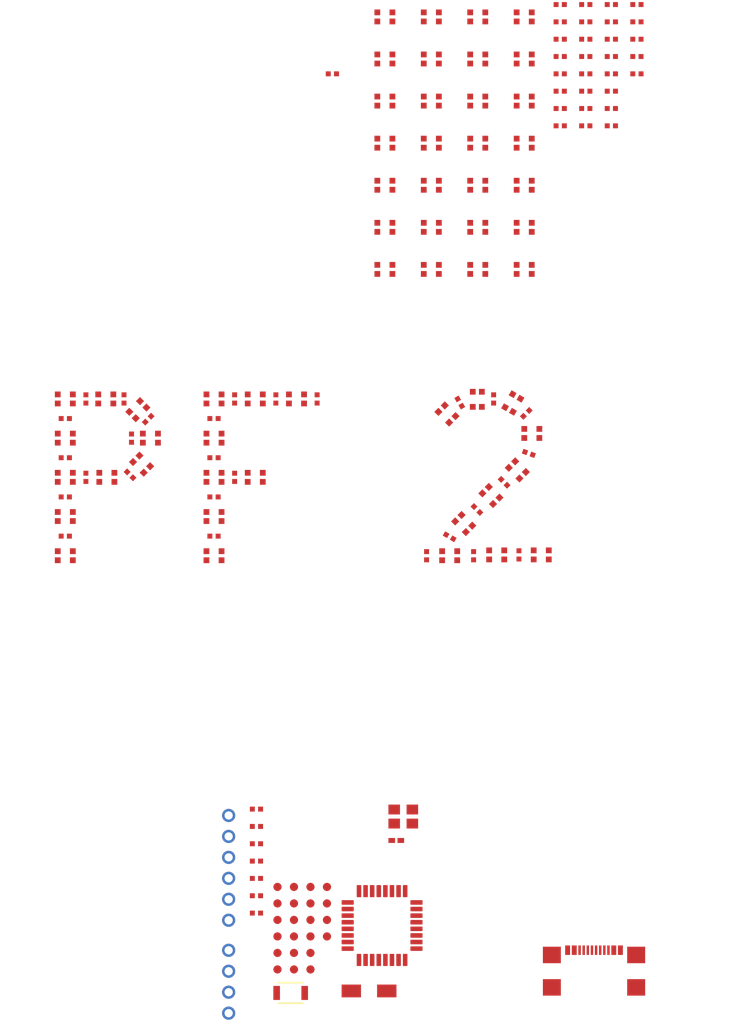
<source format=kicad_pcb>
(kicad_pcb (version 20241229) (generator "pcbnew") (generator_version "9.0")
  (layers (0 "F.Cu" signal) (2 "B.Cu" signal) (13 "F.Paste" user) (15 "B.Paste" user) (5 "F.SilkS" user "F.Silkscreen") (7 "B.SilkS" user "B.Silkscreen") (1 "F.Mask" user) (3 "B.Mask" user) (25 "Edge.Cuts" user))
  (net 0 "")
  (net 1 "GND")
  (net 2 "Net-(U1-AREF)")
  (net 3 "Net-(U1-PB6{slash}XTAL1)")
  (net 4 "Net-(U1-PB7{slash}XTAL2)")
  (net 5 "+5V")
  (net 6 "/MCU/RESET")
  (net 7 "/MCU/SCK")
  (net 8 "/MCU/MOSI")
  (net 9 "/MCU/MISO")
  (net 10 "/MCU/TXD")
  (net 11 "/MCU/RXD")
  (net 12 "Net-(LED1-DO)")
  (net 13 "Net-(LED1-DI)")
  (net 14 "Net-(LED2-DO)")
  (net 15 "Net-(LED3-DO)")
  (net 16 "Net-(LED4-DO)")
  (net 17 "Net-(LED5-DO)")
  (net 18 "Net-(LED6-DO)")
  (net 19 "Net-(LED7-DO)")
  (net 20 "Net-(LED8-DO)")
  (net 21 "Net-(LED10-DI)")
  (net 22 "Net-(LED10-DO)")
  (net 23 "Net-(LED11-DO)")
  (net 24 "Net-(LED12-DO)")
  (net 25 "Net-(LED13-DO)")
  (net 26 "Net-(LED14-DO)")
  (net 27 "Net-(LED15-DO)")
  (net 28 "Net-(LED16-DO)")
  (net 29 "Net-(LED17-DO)")
  (net 30 "Net-(LED18-DO)")
  (net 31 "Net-(LED19-DO)")
  (net 32 "Net-(LED20-DO)")
  (net 33 "Net-(LED21-DO)")
  (net 34 "Net-(LED22-DO)")
  (net 35 "Net-(LED23-DO)")
  (net 36 "Net-(LED24-DO)")
  (net 37 "Net-(LED25-DO)")
  (net 38 "Net-(LED26-DO)")
  (net 39 "Net-(LED27-DO)")
  (net 40 "LED")
  (net 41 "Net-(LED29-DO)")
  (net 42 "Net-(LED29-DI)")
  (net 43 "Net-(LED30-DO)")
  (net 44 "Net-(LED31-DO)")
  (net 45 "Net-(LED32-DO)")
  (net 46 "Net-(LED33-DO)")
  (net 47 "Net-(LED34-DO)")
  (net 48 "Net-(LED35-DO)")
  (net 49 "Net-(LED36-DO)")
  (net 50 "Net-(LED37-DO)")
  (net 51 "Net-(LED38-DO)")
  (net 52 "Net-(LED39-DO)")
  (net 53 "Net-(LED40-DO)")
  (net 54 "Net-(LED41-DO)")
  (net 55 "Net-(LED42-DO)")
  (net 56 "Net-(LED43-DO)")
  (net 57 "Net-(LED44-DO)")
  (net 58 "Net-(LED45-DO)")
  (net 59 "Net-(LED46-DO)")
  (net 60 "Net-(LED47-DO)")
  (net 61 "Net-(LED48-DO)")
  (net 62 "Net-(LED49-DO)")
  (net 63 "Net-(LED50-DO)")
  (net 64 "Net-(LED51-DO)")
  (net 65 "Net-(LED52-DO)")
  (net 66 "Net-(LED53-DO)")
  (net 67 "Net-(LED54-DO)")
  (net 68 "Net-(LED55-DO)")
  (net 70 "IO")
  (net 71 "/MCU/IO8")
  (net 72 "/MCU/IO9")
  (net 73 "/MCU/IO10")
  (net 74 "/MCU/AD0")
  (net 75 "/MCU/AD1")
  (net 76 "/MCU/AD2")
  (net 77 "/MCU/AD3")
  (net 78 "/MCU/SDA")
  (net 79 "/MCU/SCL")
  (net 80 "/MCU/IO2")
  (net 81 "/MCU/IO3")
  (net 82 "/MCU/IO4")
  (net 83 "/MCU/IO5")
  (net 84 "/MCU/IO6")
  (net 85 "/MCU/IO7")
  (net 88 "Net-(JP2-CC1)")
  (net 93 "Net-(JP2-CC2)")
  (footprint "bh-capacitor:CAPACITOR-0402_R" (layer "F.Cu") (at 23.6 -49.4)
    (property "Reference" "C37")
    (property "Value" "100nF")
    (pad "1" smd rect (at -0.5 0) (size 0.6 0.6) (layers "F.Cu" "F.Mask") (net 5 "+5V"))
    (pad "2" smd rect (at 0.5 0) (size 0.6 0.6) (layers "F.Cu" "F.Mask") (net 1 "GND"))
  )
  (footprint "bh-capacitor:CAPACITOR-0402_R" (layer "F.Cu") (at -36.4 -7.625 180)
    (property "Reference" "C8")
    (property "Value" "100nF")
    (pad "1" smd rect (at -0.5 0 180) (size 0.6 0.6) (layers "F.Cu" "F.Mask") (net 5 "+5V"))
    (pad "2" smd rect (at 0.5 0 180) (size 0.6 0.6) (layers "F.Cu" "F.Mask") (net 1 "GND"))
  )
  (footprint "bc-led:WS2812B-2020_R" (layer "F.Cu") (at -26.08 -5.25)
    (property "Reference" "LED8")
    (property "Value" "WS2812B-2020")
    (pad "1" smd rect (at 0.915 0.55 90) (size 0.7 0.7) (layers "F.Cu" "F.Mask" "F.Paste") (net 20 "Net-(LED8-DO)"))
    (pad "2" smd rect (at 0.915 -0.55 90) (size 0.7 0.7) (layers "F.Cu" "F.Mask" "F.Paste") (net 1 "GND"))
    (pad "3" smd rect (at -0.915 -0.55 90) (size 0.7 0.7) (layers "F.Cu" "F.Mask" "F.Paste") (net 19 "Net-(LED7-DO)"))
    (pad "4" smd rect (at -0.915 0.55 90) (size 0.7 0.7) (layers "F.Cu" "F.Mask" "F.Paste") (net 5 "+5V"))
  )
  (footprint "bc-led:WS2812B-2020_R" (layer "F.Cu") (at 7.975 -35.9)
    (property "Reference" "LED40")
    (property "Value" "WS2812B-2020")
    (pad "1" smd rect (at 0.915 0.55 90) (size 0.7 0.7) (layers "F.Cu" "F.Mask" "F.Paste") (net 53 "Net-(LED40-DO)"))
    (pad "2" smd rect (at 0.915 -0.55 90) (size 0.7 0.7) (layers "F.Cu" "F.Mask" "F.Paste") (net 1 "GND"))
    (pad "3" smd rect (at -0.915 -0.55 90) (size 0.7 0.7) (layers "F.Cu" "F.Mask" "F.Paste") (net 52 "Net-(LED39-DO)"))
    (pad "4" smd rect (at -0.915 0.55 90) (size 0.7 0.7) (layers "F.Cu" "F.Mask" "F.Paste") (net 5 "+5V"))
  )
  (footprint "bh-testpoint:TP-1.0-MM" (layer "F.Cu") (at -6.675 55.14)
    (property "Reference" "TP11")
    (property "Value" "~")
    (pad "0" smd roundrect (at 0 0) (size 1 1) (layers "F.Cu" "F.Mask") (roundrect_rratio 0.5) (net 11 "/MCU/RXD"))
  )
  (footprint "bc-led:WS2812B-2020_R" (layer "F.Cu") (at -18.37 -0.5 180)
    (property "Reference" "LED13")
    (property "Value" "WS2812B-2020")
    (pad "1" smd rect (at 0.915 0.55 270) (size 0.7 0.7) (layers "F.Cu" "F.Mask" "F.Paste") (net 25 "Net-(LED13-DO)"))
    (pad "2" smd rect (at 0.915 -0.55 270) (size 0.7 0.7) (layers "F.Cu" "F.Mask" "F.Paste") (net 1 "GND"))
    (pad "3" smd rect (at -0.915 -0.55 270) (size 0.7 0.7) (layers "F.Cu" "F.Mask" "F.Paste") (net 24 "Net-(LED12-DO)"))
    (pad "4" smd rect (at -0.915 0.55 270) (size 0.7 0.7) (layers "F.Cu" "F.Mask" "F.Paste") (net 5 "+5V"))
  )
  (footprint "bc-led:WS2812B-2020_R" (layer "F.Cu") (at -36.4 -0.5 180)
    (property "Reference" "LED3")
    (property "Value" "WS2812B-2020")
    (pad "1" smd rect (at 0.915 0.55 270) (size 0.7 0.7) (layers "F.Cu" "F.Mask" "F.Paste") (net 15 "Net-(LED3-DO)"))
    (pad "2" smd rect (at 0.915 -0.55 270) (size 0.7 0.7) (layers "F.Cu" "F.Mask" "F.Paste") (net 1 "GND"))
    (pad "3" smd rect (at -0.915 -0.55 270) (size 0.7 0.7) (layers "F.Cu" "F.Mask" "F.Paste") (net 14 "Net-(LED2-DO)"))
    (pad "4" smd rect (at -0.915 0.55 270) (size 0.7 0.7) (layers "F.Cu" "F.Mask" "F.Paste") (net 5 "+5V"))
  )
  (footprint "bh-testpoint:TP-1.0-MM" (layer "F.Cu") (at -6.675 53.14)
    (property "Reference" "TP10")
    (property "Value" "~")
    (pad "0" smd roundrect (at 0 0) (size 1 1) (layers "F.Cu" "F.Mask") (roundrect_rratio 0.5) (net 10 "/MCU/TXD"))
  )
  (footprint "bh-resistor:RESISTOR-0402_R" (layer "F.Cu") (at -13.225 52.31)
    (property "Reference" "R2")
    (property "Value" "5k1")
    (pad "1" smd rect (at -0.5 0) (size 0.6 0.6) (layers "F.Cu" "F.Mask") (net 93 "Net-(JP2-CC2)"))
    (pad "2" smd rect (at 0.5 0) (size 0.6 0.6) (layers "F.Cu" "F.Mask") (net 1 "GND"))
  )
  (footprint "bc-led:WS2812B-2020_R" (layer "F.Cu") (at 7.975 -46.1)
    (property "Reference" "LED38")
    (property "Value" "WS2812B-2020")
    (pad "1" smd rect (at 0.915 0.55 90) (size 0.7 0.7) (layers "F.Cu" "F.Mask" "F.Paste") (net 51 "Net-(LED38-DO)"))
    (pad "2" smd rect (at 0.915 -0.55 90) (size 0.7 0.7) (layers "F.Cu" "F.Mask" "F.Paste") (net 1 "GND"))
    (pad "3" smd rect (at -0.915 -0.55 90) (size 0.7 0.7) (layers "F.Cu" "F.Mask" "F.Paste") (net 50 "Net-(LED37-DO)"))
    (pad "4" smd rect (at -0.915 0.55 90) (size 0.7 0.7) (layers "F.Cu" "F.Mask" "F.Paste") (net 5 "+5V"))
  )
  (footprint "bh-capacitor:CAPACITOR-0402_R" (layer "F.Cu") (at 32.9 -51.5)
    (property "Reference" "C60")
    (property "Value" "100nF")
    (pad "1" smd rect (at -0.5 0) (size 0.6 0.6) (layers "F.Cu" "F.Mask") (net 5 "+5V"))
    (pad "2" smd rect (at 0.5 0) (size 0.6 0.6) (layers "F.Cu" "F.Mask") (net 1 "GND"))
  )
  (footprint "bh-resistor:RESISTOR-0402_R" (layer "F.Cu") (at -13.225 50.21)
    (property "Reference" "R3")
    (property "Value" "5k1")
    (pad "1" smd rect (at -0.5 0) (size 0.6 0.6) (layers "F.Cu" "F.Mask") (net 88 "Net-(JP2-CC1)"))
    (pad "2" smd rect (at 0.5 0) (size 0.6 0.6) (layers "F.Cu" "F.Mask") (net 1 "GND"))
  )
  (footprint "bc-led:WS2812B-2020_R" (layer "F.Cu") (at -36.4 -10 180)
    (property "Reference" "LED5")
    (property "Value" "WS2812B-2020")
    (pad "1" smd rect (at 0.915 0.55 270) (size 0.7 0.7) (layers "F.Cu" "F.Mask" "F.Paste") (net 17 "Net-(LED5-DO)"))
    (pad "2" smd rect (at 0.915 -0.55 270) (size 0.7 0.7) (layers "F.Cu" "F.Mask" "F.Paste") (net 1 "GND"))
    (pad "3" smd rect (at -0.915 -0.55 270) (size 0.7 0.7) (layers "F.Cu" "F.Mask" "F.Paste") (net 16 "Net-(LED4-DO)"))
    (pad "4" smd rect (at -0.915 0.55 270) (size 0.7 0.7) (layers "F.Cu" "F.Mask" "F.Paste") (net 5 "+5V"))
  )
  (footprint "bh-testpoint:TP-1.0-MM" (layer "F.Cu") (at -8.675 51.14)
    (property "Reference" "TP6")
    (property "Value" "~")
    (pad "0" smd roundrect (at 0 0) (size 1 1) (layers "F.Cu" "F.Mask") (roundrect_rratio 0.5) (net 76 "/MCU/AD2"))
  )
  (footprint "bc-led:WS2812B-2020_R" (layer "F.Cu") (at 13.605 -30.8)
    (property "Reference" "LED48")
    (property "Value" "WS2812B-2020")
    (pad "1" smd rect (at 0.915 0.55 90) (size 0.7 0.7) (layers "F.Cu" "F.Mask" "F.Paste") (net 61 "Net-(LED48-DO)"))
    (pad "2" smd rect (at 0.915 -0.55 90) (size 0.7 0.7) (layers "F.Cu" "F.Mask" "F.Paste") (net 1 "GND"))
    (pad "3" smd rect (at -0.915 -0.55 90) (size 0.7 0.7) (layers "F.Cu" "F.Mask" "F.Paste") (net 60 "Net-(LED47-DO)"))
    (pad "4" smd rect (at -0.915 0.55 90) (size 0.7 0.7) (layers "F.Cu" "F.Mask" "F.Paste") (net 5 "+5V"))
  )
  (footprint "bc-led:WS2812B-2020_R" (layer "F.Cu") (at 7.975 -30.8)
    (property "Reference" "LED41")
    (property "Value" "WS2812B-2020")
    (pad "1" smd rect (at 0.915 0.55 90) (size 0.7 0.7) (layers "F.Cu" "F.Mask" "F.Paste") (net 54 "Net-(LED41-DO)"))
    (pad "2" smd rect (at 0.915 -0.55 90) (size 0.7 0.7) (layers "F.Cu" "F.Mask" "F.Paste") (net 1 "GND"))
    (pad "3" smd rect (at -0.915 -0.55 90) (size 0.7 0.7) (layers "F.Cu" "F.Mask" "F.Paste") (net 53 "Net-(LED40-DO)"))
    (pad "4" smd rect (at -0.915 0.55 90) (size 0.7 0.7) (layers "F.Cu" "F.Mask" "F.Paste") (net 5 "+5V"))
  )
  (footprint "bh-capacitor:CAPACITOR-0402_R" (layer "F.Cu") (at -13.225 41.81)
    (property "Reference" "C1")
    (property "Value" "100nF")
    (pad "1" smd rect (at -0.5 0) (size 0.6 0.6) (layers "F.Cu" "F.Mask") (net 2 "Net-(U1-AREF)"))
    (pad "2" smd rect (at 0.5 0) (size 0.6 0.6) (layers "F.Cu" "F.Mask") (net 1 "GND"))
  )
  (footprint "bc-led:WS2812B-2020_R" (layer "F.Cu") (at 21.3 8.9)
    (property "Reference" "LED28")
    (property "Value" "WS2812B-2020")
    (pad "1" smd rect (at 0.915 0.55 90) (size 0.7 0.7) (layers "F.Cu" "F.Mask" "F.Paste") (net 40 "LED"))
    (pad "2" smd rect (at 0.915 -0.55 90) (size 0.7 0.7) (layers "F.Cu" "F.Mask" "F.Paste") (net 1 "GND"))
    (pad "3" smd rect (at -0.915 -0.55 90) (size 0.7 0.7) (layers "F.Cu" "F.Mask" "F.Paste") (net 39 "Net-(LED27-DO)"))
    (pad "4" smd rect (at -0.915 0.55 90) (size 0.7 0.7) (layers "F.Cu" "F.Mask" "F.Paste") (net 5 "+5V"))
  )
  (footprint "bh-capacitor:CAPACITOR-0402_R" (layer "F.Cu") (at -13.225 39.71)
    (property "Reference" "C2")
    (property "Value" "100nF")
    (pad "1" smd rect (at -0.5 0) (size 0.6 0.6) (layers "F.Cu" "F.Mask") (net 2 "Net-(U1-AREF)"))
    (pad "2" smd rect (at 0.5 0) (size 0.6 0.6) (layers "F.Cu" "F.Mask") (net 1 "GND"))
  )
  (footprint "bh-capacitor:CAPACITOR-0402_R" (layer "F.Cu") (at 29.8 -51.5)
    (property "Reference" "C52")
    (property "Value" "100nF")
    (pad "1" smd rect (at -0.5 0) (size 0.6 0.6) (layers "F.Cu" "F.Mask") (net 5 "+5V"))
    (pad "2" smd rect (at 0.5 0) (size 0.6 0.6) (layers "F.Cu" "F.Mask") (net 1 "GND"))
  )
  (footprint "bc-led:WS2812B-2020_R" (layer "F.Cu") (at 15.9 8.9)
    (property "Reference" "LED27")
    (property "Value" "WS2812B-2020")
    (pad "1" smd rect (at 0.915 0.55 90) (size 0.7 0.7) (layers "F.Cu" "F.Mask" "F.Paste") (net 39 "Net-(LED27-DO)"))
    (pad "2" smd rect (at 0.915 -0.55 90) (size 0.7 0.7) (layers "F.Cu" "F.Mask" "F.Paste") (net 1 "GND"))
    (pad "3" smd rect (at -0.915 -0.55 90) (size 0.7 0.7) (layers "F.Cu" "F.Mask" "F.Paste") (net 38 "Net-(LED26-DO)"))
    (pad "4" smd rect (at -0.915 0.55 90) (size 0.7 0.7) (layers "F.Cu" "F.Mask" "F.Paste") (net 5 "+5V"))
  )
  (footprint "bh-capacitor:CAPACITOR-0402_R" (layer "F.Cu") (at -28.37 -5.25 90)
    (property "Reference" "C12")
    (property "Value" "100nF")
    (pad "1" smd rect (at -0.5 0 90) (size 0.6 0.6) (layers "F.Cu" "F.Mask") (net 5 "+5V"))
    (pad "2" smd rect (at 0.5 0 90) (size 0.6 0.6) (layers "F.Cu" "F.Mask") (net 1 "GND"))
  )
  (footprint "bh-capacitor:CAPACITOR-0402_R" (layer "F.Cu") (at 29.8 -55.7)
    (property "Reference" "C50")
    (property "Value" "100nF")
    (pad "1" smd rect (at -0.5 0) (size 0.6 0.6) (layers "F.Cu" "F.Mask") (net 5 "+5V"))
    (pad "2" smd rect (at 0.5 0) (size 0.6 0.6) (layers "F.Cu" "F.Mask") (net 1 "GND"))
  )
  (footprint "bc-led:WS2812B-2020_R" (layer "F.Cu") (at 7.975 -41)
    (property "Reference" "LED39")
    (property "Value" "WS2812B-2020")
    (pad "1" smd rect (at 0.915 0.55 90) (size 0.7 0.7) (layers "F.Cu" "F.Mask" "F.Paste") (net 52 "Net-(LED39-DO)"))
    (pad "2" smd rect (at 0.915 -0.55 90) (size 0.7 0.7) (layers "F.Cu" "F.Mask" "F.Paste") (net 1 "GND"))
    (pad "3" smd rect (at -0.915 -0.55 90) (size 0.7 0.7) (layers "F.Cu" "F.Mask" "F.Paste") (net 51 "Net-(LED38-DO)"))
    (pad "4" smd rect (at -0.915 0.55 90) (size 0.7 0.7) (layers "F.Cu" "F.Mask" "F.Paste") (net 5 "+5V"))
  )
  (footprint "bc-led:WS2812B-2020_R" (layer "F.Cu") (at 19.235 -25.7)
    (property "Reference" "LED56")
    (property "Value" "WS2812B-2020")
    (pad "1" smd rect (at 0.915 0.55 90) (size 0.7 0.7) (layers "F.Cu" "F.Mask" "F.Paste"))
    (pad "2" smd rect (at 0.915 -0.55 90) (size 0.7 0.7) (layers "F.Cu" "F.Mask" "F.Paste") (net 1 "GND"))
    (pad "3" smd rect (at -0.915 -0.55 90) (size 0.7 0.7) (layers "F.Cu" "F.Mask" "F.Paste") (net 68 "Net-(LED55-DO)"))
    (pad "4" smd rect (at -0.915 0.55 90) (size 0.7 0.7) (layers "F.Cu" "F.Mask" "F.Paste") (net 5 "+5V"))
  )
  (footprint "bc-led:WS2812B-2020_R" (layer "F.Cu") (at 7.975 -56.3)
    (property "Reference" "LED36")
    (property "Value" "WS2812B-2020")
    (pad "1" smd rect (at 0.915 0.55 90) (size 0.7 0.7) (layers "F.Cu" "F.Mask" "F.Paste") (net 49 "Net-(LED36-DO)"))
    (pad "2" smd rect (at 0.915 -0.55 90) (size 0.7 0.7) (layers "F.Cu" "F.Mask" "F.Paste") (net 1 "GND"))
    (pad "3" smd rect (at -0.915 -0.55 90) (size 0.7 0.7) (layers "F.Cu" "F.Mask" "F.Paste") (net 48 "Net-(LED35-DO)"))
    (pad "4" smd rect (at -0.915 0.55 90) (size 0.7 0.7) (layers "F.Cu" "F.Mask" "F.Paste") (net 5 "+5V"))
  )
  (footprint "bc-led:WS2812B-2020_R" (layer "F.Cu") (at 13.605 -25.7)
    (property "Reference" "LED49")
    (property "Value" "WS2812B-2020")
    (pad "1" smd rect (at 0.915 0.55 90) (size 0.7 0.7) (layers "F.Cu" "F.Mask" "F.Paste") (net 62 "Net-(LED49-DO)"))
    (pad "2" smd rect (at 0.915 -0.55 90) (size 0.7 0.7) (layers "F.Cu" "F.Mask" "F.Paste") (net 1 "GND"))
    (pad "3" smd rect (at -0.915 -0.55 90) (size 0.7 0.7) (layers "F.Cu" "F.Mask" "F.Paste") (net 61 "Net-(LED48-DO)"))
    (pad "4" smd rect (at -0.915 0.55 90) (size 0.7 0.7) (layers "F.Cu" "F.Mask" "F.Paste") (net 5 "+5V"))
  )
  (footprint "bh-capacitor:CAPACITOR-0402_R" (layer "F.Cu") (at 7.4 9 90)
    (property "Reference" "C30")
    (property "Value" "100nF")
    (pad "1" smd rect (at -0.5 0 90) (size 0.6 0.6) (layers "F.Cu" "F.Mask") (net 5 "+5V"))
    (pad "2" smd rect (at 0.5 0 90) (size 0.6 0.6) (layers "F.Cu" "F.Mask") (net 1 "GND"))
  )
  (footprint "bc-led:WS2812B-2020_R" (layer "F.Cu") (at 13.605 -51.2)
    (property "Reference" "LED44")
    (property "Value" "WS2812B-2020")
    (pad "1" smd rect (at 0.915 0.55 90) (size 0.7 0.7) (layers "F.Cu" "F.Mask" "F.Paste") (net 57 "Net-(LED44-DO)"))
    (pad "2" smd rect (at 0.915 -0.55 90) (size 0.7 0.7) (layers "F.Cu" "F.Mask" "F.Paste") (net 1 "GND"))
    (pad "3" smd rect (at -0.915 -0.55 90) (size 0.7 0.7) (layers "F.Cu" "F.Mask" "F.Paste") (net 56 "Net-(LED43-DO)"))
    (pad "4" smd rect (at -0.915 0.55 90) (size 0.7 0.7) (layers "F.Cu" "F.Mask" "F.Paste") (net 5 "+5V"))
  )
  (footprint "bh-testpoint:TP-1.0-MM" (layer "F.Cu") (at -6.675 57.14)
    (property "Reference" "TP12")
    (property "Value" "~")
    (pad "0" smd roundrect (at 0 0) (size 1 1) (layers "F.Cu" "F.Mask") (roundrect_rratio 0.5) (net 80 "/MCU/IO2"))
  )
  (footprint "bc-led:WS2812B-2020_R" (layer "F.Cu") (at 19.235 -51.2)
    (property "Reference" "LED51")
    (property "Value" "WS2812B-2020")
    (pad "1" smd rect (at 0.915 0.55 90) (size 0.7 0.7) (layers "F.Cu" "F.Mask" "F.Paste") (net 64 "Net-(LED51-DO)"))
    (pad "2" smd rect (at 0.915 -0.55 90) (size 0.7 0.7) (layers "F.Cu" "F.Mask" "F.Paste") (net 1 "GND"))
    (pad "3" smd rect (at -0.915 -0.55 90) (size 0.7 0.7) (layers "F.Cu" "F.Mask" "F.Paste") (net 63 "Net-(LED50-DO)"))
    (pad "4" smd rect (at -0.915 0.55 90) (size 0.7 0.7) (layers "F.Cu" "F.Mask" "F.Paste") (net 5 "+5V"))
  )
  (footprint "bc-led:WS2812B-2020_R" (layer "F.Cu") (at 7.975 -25.7)
    (property "Reference" "LED42")
    (property "Value" "WS2812B-2020")
    (pad "1" smd rect (at 0.915 0.55 90) (size 0.7 0.7) (layers "F.Cu" "F.Mask" "F.Paste") (net 55 "Net-(LED42-DO)"))
    (pad "2" smd rect (at 0.915 -0.55 90) (size 0.7 0.7) (layers "F.Cu" "F.Mask" "F.Paste") (net 1 "GND"))
    (pad "3" smd rect (at -0.915 -0.55 90) (size 0.7 0.7) (layers "F.Cu" "F.Mask" "F.Paste") (net 54 "Net-(LED41-DO)"))
    (pad "4" smd rect (at -0.915 0.55 90) (size 0.7 0.7) (layers "F.Cu" "F.Mask" "F.Paste") (net 5 "+5V"))
  )
  (footprint "bh-capacitor:CAPACITOR-0402_R" (layer "F.Cu") (at 29.8 -45.2)
    (property "Reference" "C55")
    (property "Value" "100nF")
    (pad "1" smd rect (at -0.5 0) (size 0.6 0.6) (layers "F.Cu" "F.Mask") (net 5 "+5V"))
    (pad "2" smd rect (at 0.5 0) (size 0.6 0.6) (layers "F.Cu" "F.Mask") (net 1 "GND"))
  )
  (footprint "bh-capacitor:CAPACITOR-0402_R" (layer "F.Cu") (at 32.9 -53.6)
    (property "Reference" "C59")
    (property "Value" "100nF")
    (pad "1" smd rect (at -0.5 0) (size 0.6 0.6) (layers "F.Cu" "F.Mask") (net 5 "+5V"))
    (pad "2" smd rect (at 0.5 0) (size 0.6 0.6) (layers "F.Cu" "F.Mask") (net 1 "GND"))
  )
  (footprint "bc-led:WS2812B-2020_R" (layer "F.Cu") (at -31.36 -0.5)
    (property "Reference" "LED10")
    (property "Value" "WS2812B-2020")
    (pad "1" smd rect (at 0.915 0.55 90) (size 0.7 0.7) (layers "F.Cu" "F.Mask" "F.Paste") (net 22 "Net-(LED10-DO)"))
    (pad "2" smd rect (at 0.915 -0.55 90) (size 0.7 0.7) (layers "F.Cu" "F.Mask" "F.Paste") (net 1 "GND"))
    (pad "3" smd rect (at -0.915 -0.55 90) (size 0.7 0.7) (layers "F.Cu" "F.Mask" "F.Paste") (net 21 "Net-(LED10-DI)"))
    (pad "4" smd rect (at -0.915 0.55 90) (size 0.7 0.7) (layers "F.Cu" "F.Mask" "F.Paste") (net 5 "+5V"))
  )
  (footprint "bh-capacitor:CAPACITOR-0402_R" (layer "F.Cu") (at -18.37 -2.875 180)
    (property "Reference" "C17")
    (property "Value" "100nF")
    (pad "1" smd rect (at -0.5 0 180) (size 0.6 0.6) (layers "F.Cu" "F.Mask") (net 5 "+5V"))
    (pad "2" smd rect (at 0.5 0 180) (size 0.6 0.6) (layers "F.Cu" "F.Mask") (net 1 "GND"))
  )
  (footprint "bh-header:HEADER-6-PIN-THT" (layer "F.Cu") (at -16.595 46.83)
    (property "Reference" "JP1")
    (property "Value" "ICSP")
    (pad "1" thru_hole circle (at 0 -6.35 180) (size 1.6 1.6) (drill 1) (layers "*.Cu" "*.Mask") (net 5 "+5V"))
    (pad "2" thru_hole circle (at 0 -3.81 180) (size 1.6 1.6) (drill 1) (layers "*.Cu" "*.Mask") (net 7 "/MCU/SCK"))
    (pad "3" thru_hole circle (at 0 -1.27 180) (size 1.6 1.6) (drill 1) (layers "*.Cu" "*.Mask") (net 8 "/MCU/MOSI"))
    (pad "4" thru_hole circle (at 0 1.27 180) (size 1.6 1.6) (drill 1) (layers "*.Cu" "*.Mask") (net 9 "/MCU/MISO"))
    (pad "5" thru_hole circle (at 0 3.81 180) (size 1.6 1.6) (drill 1) (layers "*.Cu" "*.Mask") (net 6 "/MCU/RESET"))
    (pad "6" thru_hole circle (at 0 6.35 180) (size 1.6 1.6) (drill 1) (layers "*.Cu" "*.Mask") (net 1 "GND"))
  )
  (footprint "bc-led:WS2812B-2020_R" (layer "F.Cu") (at 2.345 -51.2)
    (property "Reference" "LED30")
    (property "Value" "WS2812B-2020")
    (pad "1" smd rect (at 0.915 0.55 90) (size 0.7 0.7) (layers "F.Cu" "F.Mask" "F.Paste") (net 43 "Net-(LED30-DO)"))
    (pad "2" smd rect (at 0.915 -0.55 90) (size 0.7 0.7) (layers "F.Cu" "F.Mask" "F.Paste") (net 1 "GND"))
    (pad "3" smd rect (at -0.915 -0.55 90) (size 0.7 0.7) (layers "F.Cu" "F.Mask" "F.Paste") (net 41 "Net-(LED29-DO)"))
    (pad "4" smd rect (at -0.915 0.55 90) (size 0.7 0.7) (layers "F.Cu" "F.Mask" "F.Paste") (net 5 "+5V"))
  )
  (footprint "bc-led:WS2812B-2020_R" (layer "F.Cu") (at -27.6 -8.7 45)
    (property "Reference" "LED7")
    (property "Value" "WS2812B-2020")
    (pad "1" smd rect (at 0.915 0.55 135) (size 0.7 0.7) (layers "F.Cu" "F.Mask" "F.Paste") (net 19 "Net-(LED7-DO)"))
    (pad "2" smd rect (at 0.915 -0.55 135) (size 0.7 0.7) (layers "F.Cu" "F.Mask" "F.Paste") (net 1 "GND"))
    (pad "3" smd rect (at -0.915 -0.55 135) (size 0.7 0.7) (layers "F.Cu" "F.Mask" "F.Paste") (net 18 "Net-(LED6-DO)"))
    (pad "4" smd rect (at -0.915 0.55 135) (size 0.7 0.7) (layers "F.Cu" "F.Mask" "F.Paste") (net 5 "+5V"))
  )
  (footprint "bc-led:WS2812B-2020_R" (layer "F.Cu") (at -36.4 4.25 180)
    (property "Reference" "LED2")
    (property "Value" "WS2812B-2020")
    (pad "1" smd rect (at 0.915 0.55 270) (size 0.7 0.7) (layers "F.Cu" "F.Mask" "F.Paste") (net 14 "Net-(LED2-DO)"))
    (pad "2" smd rect (at 0.915 -0.55 270) (size 0.7 0.7) (layers "F.Cu" "F.Mask" "F.Paste") (net 1 "GND"))
    (pad "3" smd rect (at -0.915 -0.55 270) (size 0.7 0.7) (layers "F.Cu" "F.Mask" "F.Paste") (net 12 "Net-(LED1-DO)"))
    (pad "4" smd rect (at -0.915 0.55 270) (size 0.7 0.7) (layers "F.Cu" "F.Mask" "F.Paste") (net 5 "+5V"))
  )
  (footprint "bh-capacitor:CAPACITOR-0402_R" (layer "F.Cu") (at 18.6 8.9 90)
    (property "Reference" "C32")
    (property "Value" "100nF")
    (pad "1" smd rect (at -0.5 0 90) (size 0.6 0.6) (layers "F.Cu" "F.Mask") (net 5 "+5V"))
    (pad "2" smd rect (at 0.5 0 90) (size 0.6 0.6) (layers "F.Cu" "F.Mask") (net 1 "GND"))
  )
  (footprint "bh-capacitor:CAPACITOR-0402_R" (layer "F.Cu") (at 26.7 -53.6)
    (property "Reference" "C43")
    (property "Value" "100nF")
    (pad "1" smd rect (at -0.5 0) (size 0.6 0.6) (layers "F.Cu" "F.Mask") (net 5 "+5V"))
    (pad "2" smd rect (at 0.5 0) (size 0.6 0.6) (layers "F.Cu" "F.Mask") (net 1 "GND"))
  )
  (footprint "bh-capacitor:CAPACITOR-0402_R" (layer "F.Cu") (at -33.9 -10 -90)
    (property "Reference" "C9")
    (property "Value" "100nF")
    (pad "1" smd rect (at -0.5 0 270) (size 0.6 0.6) (layers "F.Cu" "F.Mask") (net 5 "+5V"))
    (pad "2" smd rect (at 0.5 0 270) (size 0.6 0.6) (layers "F.Cu" "F.Mask") (net 1 "GND"))
  )
  (footprint "bh-capacitor:CAPACITOR-0402_R" (layer "F.Cu") (at -10.87 -10 -90)
    (property "Reference" "C21")
    (property "Value" "100nF")
    (pad "1" smd rect (at -0.5 0 270) (size 0.6 0.6) (layers "F.Cu" "F.Mask") (net 5 "+5V"))
    (pad "2" smd rect (at 0.5 0 270) (size 0.6 0.6) (layers "F.Cu" "F.Mask") (net 1 "GND"))
  )
  (footprint "bh-resistor:RESISTOR-0402_R" (layer "F.Cu") (at 32.9 -49.4)
    (property "Reference" "R5")
    (property "Value" "330R")
    (pad "1" smd rect (at -0.5 0) (size 0.6 0.6) (layers "F.Cu" "F.Mask") (net 40 "LED"))
    (pad "2" smd rect (at 0.5 0) (size 0.6 0.6) (layers "F.Cu" "F.Mask") (net 42 "Net-(LED29-DI)"))
  )
  (footprint "bc-protection:PESDX_R" (layer "F.Cu") (at 3.725 43.51)
    (property "Reference" "D1")
    (property "Value" "PESD5V0U1BB")
    (pad "1" smd rect (at -0.55 0) (size 0.8 0.6) (layers "F.Cu" "F.Mask") (net 5 "+5V"))
    (pad "2" smd rect (at 0.55 0) (size 0.8 0.6) (layers "F.Cu" "F.Mask") (net 1 "GND"))
  )
  (footprint "bh-capacitor:CAPACITOR-0402_R" (layer "F.Cu") (at -33.9 -0.5 90)
    (property "Reference" "C14")
    (property "Value" "100nF")
    (pad "1" smd rect (at -0.5 0 90) (size 0.6 0.6) (layers "F.Cu" "F.Mask") (net 5 "+5V"))
    (pad "2" smd rect (at 0.5 0 90) (size 0.6 0.6) (layers "F.Cu" "F.Mask") (net 1 "GND"))
  )
  (footprint "bh-switch:B3U-1000P_R" (layer "F.Cu") (at -9.075 61.99)
    (property "Reference" "S1")
    (property "Value" "B3U-1000P" (hide yes))
    (pad "1" smd rect (at 1.7 0) (size 0.8 1.7) (layers "F.Cu" "F.Mask" "F.Paste") (net 1 "GND"))
    (pad "2" smd rect (at -1.7 0) (size 0.8 1.7) (layers "F.Cu" "F.Mask" "F.Paste") (net 6 "/MCU/RESET"))
  )
  (footprint "bh-capacitor:CAPACITOR-0402_R" (layer "F.Cu") (at -13.225 43.91)
    (property "Reference" "C4")
    (property "Value" "18pF/50V")
    (pad "1" smd rect (at -0.5 0) (size 0.6 0.6) (layers "F.Cu" "F.Mask") (net 3 "Net-(U1-PB6{slash}XTAL1)"))
    (pad "2" smd rect (at 0.5 0) (size 0.6 0.6) (layers "F.Cu" "F.Mask") (net 1 "GND"))
  )
  (footprint "bh-testpoint:TP-1.0-MM" (layer "F.Cu") (at -8.675 55.14)
    (property "Reference" "TP7")
    (property "Value" "~")
    (pad "0" smd roundrect (at 0 0) (size 1 1) (layers "F.Cu" "F.Mask") (roundrect_rratio 0.5) (net 77 "/MCU/AD3"))
  )
  (footprint "bh-header:HEADER-4-PIN-THT" (layer "F.Cu") (at -16.595 60.63)
    (property "Reference" "JP3")
    (property "Value" "~")
    (pad "1" thru_hole circle (at 0 -3.81 180) (size 1.6 1.6) (drill 1) (layers "*.Cu" "*.Mask") (net 5 "+5V"))
    (pad "2" thru_hole circle (at 0 -1.27 180) (size 1.6 1.6) (drill 1) (layers "*.Cu" "*.Mask") (net 10 "/MCU/TXD"))
    (pad "3" thru_hole circle (at 0 1.27 180) (size 1.6 1.6) (drill 1) (layers "*.Cu" "*.Mask") (net 11 "/MCU/RXD"))
    (pad "4" thru_hole circle (at 0 3.81 180) (size 1.6 1.6) (drill 1) (layers "*.Cu" "*.Mask") (net 1 "GND"))
  )
  (footprint "bh-capacitor:CAPACITOR-0402_R" (layer "F.Cu") (at -18.37 6.625 180)
    (property "Reference" "C15")
    (property "Value" "100nF")
    (pad "1" smd rect (at -0.5 0 180) (size 0.6 0.6) (layers "F.Cu" "F.Mask") (net 5 "+5V"))
    (pad "2" smd rect (at 0.5 0 180) (size 0.6 0.6) (layers "F.Cu" "F.Mask") (net 1 "GND"))
  )
  (footprint "bh-capacitor:CAPACITOR-0402_R" (layer "F.Cu") (at 32.9 -57.8)
    (property "Reference" "C57")
    (property "Value" "100nF")
    (pad "1" smd rect (at -0.5 0) (size 0.6 0.6) (layers "F.Cu" "F.Mask") (net 5 "+5V"))
    (pad "2" smd rect (at 0.5 0) (size 0.6 0.6) (layers "F.Cu" "F.Mask") (net 1 "GND"))
  )
  (footprint "bc-led:WS2812B-2020_R" (layer "F.Cu") (at 19.235 -56.3)
    (property "Reference" "LED50")
    (property "Value" "WS2812B-2020")
    (pad "1" smd rect (at 0.915 0.55 90) (size 0.7 0.7) (layers "F.Cu" "F.Mask" "F.Paste") (net 63 "Net-(LED50-DO)"))
    (pad "2" smd rect (at 0.915 -0.55 90) (size 0.7 0.7) (layers "F.Cu" "F.Mask" "F.Paste") (net 1 "GND"))
    (pad "3" smd rect (at -0.915 -0.55 90) (size 0.7 0.7) (layers "F.Cu" "F.Mask" "F.Paste") (net 62 "Net-(LED49-DO)"))
    (pad "4" smd rect (at -0.915 0.55 90) (size 0.7 0.7) (layers "F.Cu" "F.Mask" "F.Paste") (net 5 "+5V"))
  )
  (footprint "bh-capacitor:CAPACITOR-0402_R" (layer "F.Cu") (at 29.8 -57.8)
    (property "Reference" "C49")
    (property "Value" "100nF")
    (pad "1" smd rect (at -0.5 0) (size 0.6 0.6) (layers "F.Cu" "F.Mask") (net 5 "+5V"))
    (pad "2" smd rect (at 0.5 0) (size 0.6 0.6) (layers "F.Cu" "F.Mask") (net 1 "GND"))
  )
  (footprint "bh-capacitor:CAPACITOR-0402_R" (layer "F.Cu") (at 29.8 -53.6)
    (property "Reference" "C51")
    (property "Value" "100nF")
    (pad "1" smd rect (at -0.5 0) (size 0.6 0.6) (layers "F.Cu" "F.Mask") (net 5 "+5V"))
    (pad "2" smd rect (at 0.5 0) (size 0.6 0.6) (layers "F.Cu" "F.Mask") (net 1 "GND"))
  )
  (footprint "bc-led:WS2812B-2020_R" (layer "F.Cu") (at 7.975 -51.2)
    (property "Reference" "LED37")
    (property "Value" "WS2812B-2020")
    (pad "1" smd rect (at 0.915 0.55 90) (size 0.7 0.7) (layers "F.Cu" "F.Mask" "F.Paste") (net 50 "Net-(LED37-DO)"))
    (pad "2" smd rect (at 0.915 -0.55 90) (size 0.7 0.7) (layers "F.Cu" "F.Mask" "F.Paste") (net 1 "GND"))
    (pad "3" smd rect (at -0.915 -0.55 90) (size 0.7 0.7) (layers "F.Cu" "F.Mask" "F.Paste") (net 49 "Net-(LED36-DO)"))
    (pad "4" smd rect (at -0.915 0.55 90) (size 0.7 0.7) (layers "F.Cu" "F.Mask" "F.Paste") (net 5 "+5V"))
  )
  (footprint "bh-testpoint:TP-1.0-MM" (layer "F.Cu") (at -6.675 51.14)
    (property "Reference" "TP18")
    (property "Value" "~")
    (pad "0" smd roundrect (at 0 0) (size 1 1) (layers "F.Cu" "F.Mask") (roundrect_rratio 0.5) (net 6 "/MCU/RESET"))
  )
  (footprint "bh-microcontroller:ATMEGA328P-AU_R" (layer "F.Cu") (at 2.005 53.82)
    (property "Reference" "U1")
    (property "Value" "ATMEGA328P-AU")
    (pad "1" smd roundrect (at -4.17 -2.8) (size 1.47 0.55) (layers "F.Cu" "F.Mask" "F.Paste") (roundrect_rratio 0.125) (net 81 "/MCU/IO3"))
    (pad "2" smd roundrect (at -4.17 -2) (size 1.47 0.55) (layers "F.Cu" "F.Mask" "F.Paste") (roundrect_rratio 0.125) (net 82 "/MCU/IO4"))
    (pad "3" smd roundrect (at -4.17 -1.2) (size 1.47 0.55) (layers "F.Cu" "F.Mask" "F.Paste") (roundrect_rratio 0.125) (net 1 "GND"))
    (pad "4" smd roundrect (at -4.17 -0.4) (size 1.47 0.55) (layers "F.Cu" "F.Mask" "F.Paste") (roundrect_rratio 0.125) (net 2 "Net-(U1-AREF)"))
    (pad "5" smd roundrect (at -4.17 0.4) (size 1.47 0.55) (layers "F.Cu" "F.Mask" "F.Paste") (roundrect_rratio 0.125) (net 1 "GND"))
    (pad "6" smd roundrect (at -4.17 1.2) (size 1.47 0.55) (layers "F.Cu" "F.Mask" "F.Paste") (roundrect_rratio 0.125) (net 2 "Net-(U1-AREF)"))
    (pad "7" smd roundrect (at -4.17 2) (size 1.47 0.55) (layers "F.Cu" "F.Mask" "F.Paste") (roundrect_rratio 0.125) (net 3 "Net-(U1-PB6{slash}XTAL1)"))
    (pad "8" smd roundrect (at -4.17 2.8) (size 1.47 0.55) (layers "F.Cu" "F.Mask" "F.Paste") (roundrect_rratio 0.125) (net 4 "Net-(U1-PB7{slash}XTAL2)"))
    (pad "9" smd roundrect (at -2.8 4.17) (size 0.55 1.47) (layers "F.Cu" "F.Mask" "F.Paste") (roundrect_rratio 0.125) (net 83 "/MCU/IO5"))
    (pad "10" smd roundrect (at -2 4.17) (size 0.55 1.47) (layers "F.Cu" "F.Mask" "F.Paste") (roundrect_rratio 0.125) (net 84 "/MCU/IO6"))
    (pad "11" smd roundrect (at -1.2 4.17) (size 0.55 1.47) (layers "F.Cu" "F.Mask" "F.Paste") (roundrect_rratio 0.125) (net 85 "/MCU/IO7"))
    (pad "12" smd roundrect (at -0.4 4.17) (size 0.55 1.47) (layers "F.Cu" "F.Mask" "F.Paste") (roundrect_rratio 0.125) (net 71 "/MCU/IO8"))
    (pad "13" smd roundrect (at 0.4 4.17) (size 0.55 1.47) (layers "F.Cu" "F.Mask" "F.Paste") (roundrect_rratio 0.125) (net 72 "/MCU/IO9"))
    (pad "14" smd roundrect (at 1.2 4.17) (size 0.55 1.47) (layers "F.Cu" "F.Mask" "F.Paste") (roundrect_rratio 0.125) (net 73 "/MCU/IO10"))
    (pad "15" smd roundrect (at 2 4.17) (size 0.55 1.47) (layers "F.Cu" "F.Mask" "F.Paste") (roundrect_rratio 0.125) (net 8 "/MCU/MOSI"))
    (pad "16" smd roundrect (at 2.8 4.17) (size 0.55 1.47) (layers "F.Cu" "F.Mask" "F.Paste") (roundrect_rratio 0.125) (net 9 "/MCU/MISO"))
    (pad "17" smd roundrect (at 4.17 2.8) (size 1.47 0.55) (layers "F.Cu" "F.Mask" "F.Paste") (roundrect_rratio 0.125) (net 7 "/MCU/SCK"))
    (pad "18" smd roundrect (at 4.17 2) (size 1.47 0.55) (layers "F.Cu" "F.Mask" "F.Paste") (roundrect_rratio 0.125) (net 2 "Net-(U1-AREF)"))
    (pad "19" smd roundrect (at 4.17 1.2) (size 1.47 0.55) (layers "F.Cu" "F.Mask" "F.Paste") (roundrect_rratio 0.125))
    (pad "20" smd roundrect (at 4.17 0.4) (size 1.47 0.55) (layers "F.Cu" "F.Mask" "F.Paste") (roundrect_rratio 0.125) (net 2 "Net-(U1-AREF)"))
    (pad "21" smd roundrect (at 4.17 -0.4) (size 1.47 0.55) (layers "F.Cu" "F.Mask" "F.Paste") (roundrect_rratio 0.125) (net 1 "GND"))
    (pad "22" smd roundrect (at 4.17 -1.2) (size 1.47 0.55) (layers "F.Cu" "F.Mask" "F.Paste") (roundrect_rratio 0.125))
    (pad "23" smd roundrect (at 4.17 -2) (size 1.47 0.55) (layers "F.Cu" "F.Mask" "F.Paste") (roundrect_rratio 0.125) (net 74 "/MCU/AD0"))
    (pad "24" smd roundrect (at 4.17 -2.8) (size 1.47 0.55) (layers "F.Cu" "F.Mask" "F.Paste") (roundrect_rratio 0.125) (net 75 "/MCU/AD1"))
    (pad "25" smd roundrect (at 2.8 -4.17) (size 0.55 1.47) (layers "F.Cu" "F.Mask" "F.Paste") (roundrect_rratio 0.125) (net 76 "/MCU/AD2"))
    (pad "26" smd roundrect (at 2 -4.17) (size 0.55 1.47) (layers "F.Cu" "F.Mask" "F.Paste") (roundrect_rratio 0.125) (net 77 "/MCU/AD3"))
    (pad "27" smd roundrect (at 1.2 -4.17) (size 0.55 1.47) (layers "F.Cu" "F.Mask" "F.Paste") (roundrect_rratio 0.125) (net 78 "/MCU/SDA"))
    (pad "28" smd roundrect (at 0.4 -4.17) (size 0.55 1.47) (layers "F.Cu" "F.Mask" "F.Paste") (roundrect_rratio 0.125) (net 79 "/MCU/SCL"))
    (pad "29" smd roundrect (at -0.4 -4.17) (size 0.55 1.47) (layers "F.Cu" "F.Mask" "F.Paste") (roundrect_rratio 0.125) (net 6 "/MCU/RESET"))
    (pad "30" smd roundrect (at -1.2 -4.17) (size 0.55 1.47) (layers "F.Cu" "F.Mask" "F.Paste") (roundrect_rratio 0.125) (net 10 "/MCU/TXD"))
    (pad "31" smd roundrect (at -2 -4.17) (size 0.55 1.47) (layers "F.Cu" "F.Mask" "F.Paste") (roundrect_rratio 0.125) (net 11 "/MCU/RXD"))
    (pad "32" smd roundrect (at -2.8 -4.17) (size 0.55 1.47) (layers "F.Cu" "F.Mask" "F.Paste") (roundrect_rratio 0.125) (net 80 "/MCU/IO2"))
  )
  (footprint "bh-capacitor:CAPACITOR-0402_R" (layer "F.Cu") (at -5.87 -10 -90)
    (property "Reference" "C22")
    (property "Value" "100nF")
    (pad "1" smd rect (at -0.5 0 270) (size 0.6 0.6) (layers "F.Cu" "F.Mask") (net 5 "+5V"))
    (pad "2" smd rect (at 0.5 0 270) (size 0.6 0.6) (layers "F.Cu" "F.Mask") (net 1 "GND"))
  )
  (footprint "bc-led:WS2812B-2020_R" (layer "F.Cu") (at 10.2 9)
    (property "Reference" "LED26")
    (property "Value" "WS2812B-2020")
    (pad "1" smd rect (at 0.915 0.55 90) (size 0.7 0.7) (layers "F.Cu" "F.Mask" "F.Paste") (net 38 "Net-(LED26-DO)"))
    (pad "2" smd rect (at 0.915 -0.55 90) (size 0.7 0.7) (layers "F.Cu" "F.Mask" "F.Paste") (net 1 "GND"))
    (pad "3" smd rect (at -0.915 -0.55 90) (size 0.7 0.7) (layers "F.Cu" "F.Mask" "F.Paste") (net 37 "Net-(LED25-DO)"))
    (pad "4" smd rect (at -0.915 0.55 90) (size 0.7 0.7) (layers "F.Cu" "F.Mask" "F.Paste") (net 5 "+5V"))
  )
  (footprint "bh-capacitor:CAPACITOR-0402_R" (layer "F.Cu") (at -28.55 -0.8 -45)
    (property "Reference" "C13")
    (property "Value" "100nF")
    (pad "1" smd rect (at -0.499999 0 315) (size 0.6 0.6) (layers "F.Cu" "F.Mask") (net 5 "+5V"))
    (pad "2" smd rect (at 0.499999 0 315) (size 0.6 0.6) (layers "F.Cu" "F.Mask") (net 1 "GND"))
  )
  (footprint "bh-capacitor:CAPACITOR-0402_R" (layer "F.Cu") (at 13.1 9 90)
    (property "Reference" "C31")
    (property "Value" "100nF")
    (pad "1" smd rect (at -0.5 0 90) (size 0.6 0.6) (layers "F.Cu" "F.Mask") (net 5 "+5V"))
    (pad "2" smd rect (at 0.5 0 90) (size 0.6 0.6) (layers "F.Cu" "F.Mask") (net 1 "GND"))
  )
  (footprint "bh-testpoint:TP-1.0-MM" (layer "F.Cu") (at -10.675 53.14)
    (property "Reference" "TP2")
    (property "Value" "~")
    (pad "0" smd roundrect (at 0 0) (size 1 1) (layers "F.Cu" "F.Mask") (roundrect_rratio 0.5) (net 72 "/MCU/IO9"))
  )
  (footprint "bc-led:WS2812B-2020_R" (layer "F.Cu") (at -18.37 9 180)
    (property "Reference" "LED11")
    (property "Value" "WS2812B-2020")
    (pad "1" smd rect (at 0.915 0.55 270) (size 0.7 0.7) (layers "F.Cu" "F.Mask" "F.Paste") (net 23 "Net-(LED11-DO)"))
    (pad "2" smd rect (at 0.915 -0.55 270) (size 0.7 0.7) (layers "F.Cu" "F.Mask" "F.Paste") (net 1 "GND"))
    (pad "3" smd rect (at -0.915 -0.55 270) (size 0.7 0.7) (layers "F.Cu" "F.Mask" "F.Paste") (net 22 "Net-(LED10-DO)"))
    (pad "4" smd rect (at -0.915 0.55 270) (size 0.7 0.7) (layers "F.Cu" "F.Mask" "F.Paste") (net 5 "+5V"))
  )
  (footprint "bc-led:WS2812B-2020_R" (layer "F.Cu") (at 13.605 -56.3)
    (property "Reference" "LED43")
    (property "Value" "WS2812B-2020")
    (pad "1" smd rect (at 0.915 0.55 90) (size 0.7 0.7) (layers "F.Cu" "F.Mask" "F.Paste") (net 56 "Net-(LED43-DO)"))
    (pad "2" smd rect (at 0.915 -0.55 90) (size 0.7 0.7) (layers "F.Cu" "F.Mask" "F.Paste") (net 1 "GND"))
    (pad "3" smd rect (at -0.915 -0.55 90) (size 0.7 0.7) (layers "F.Cu" "F.Mask" "F.Paste") (net 55 "Net-(LED42-DO)"))
    (pad "4" smd rect (at -0.915 0.55 90) (size 0.7 0.7) (layers "F.Cu" "F.Mask" "F.Paste") (net 5 "+5V"))
  )
  (footprint "bc-led:WS2812B-2020_R" (layer "F.Cu") (at 13.605 -35.9)
    (property "Reference" "LED47")
    (property "Value" "WS2812B-2020")
    (pad "1" smd rect (at 0.915 0.55 90) (size 0.7 0.7) (layers "F.Cu" "F.Mask" "F.Paste") (net 60 "Net-(LED47-DO)"))
    (pad "2" smd rect (at 0.915 -0.55 90) (size 0.7 0.7) (layers "F.Cu" "F.Mask" "F.Paste") (net 1 "GND"))
    (pad "3" smd rect (at -0.915 -0.55 90) (size 0.7 0.7) (layers "F.Cu" "F.Mask" "F.Paste") (net 59 "Net-(LED46-DO)"))
    (pad "4" smd rect (at -0.915 0.55 90) (size 0.7 0.7) (layers "F.Cu" "F.Mask" "F.Paste") (net 5 "+5V"))
  )
  (footprint "bc-led:WS2812B-2020_R" (layer "F.Cu") (at -18.37 -5.25 180)
    (property "Reference" "LED15")
    (property "Value" "WS2812B-2020")
    (pad "1" smd rect (at 0.915 0.55 270) (size 0.7 0.7) (layers "F.Cu" "F.Mask" "F.Paste") (net 27 "Net-(LED15-DO)"))
    (pad "2" smd rect (at 0.915 -0.55 270) (size 0.7 0.7) (layers "F.Cu" "F.Mask" "F.Paste") (net 1 "GND"))
    (pad "3" smd rect (at -0.915 -0.55 270) (size 0.7 0.7) (layers "F.Cu" "F.Mask" "F.Paste") (net 26 "Net-(LED14-DO)"))
    (pad "4" smd rect (at -0.915 0.55 270) (size 0.7 0.7) (layers "F.Cu" "F.Mask" "F.Paste") (net 5 "+5V"))
  )
  (footprint "bh-testpoint:TP-1.0-MM" (layer "F.Cu") (at -4.675 53.14)
    (property "Reference" "TP16")
    (property "Value" "~")
    (pad "0" smd roundrect (at 0 0) (size 1 1) (layers "F.Cu" "F.Mask") (roundrect_rratio 0.5) (net 84 "/MCU/IO6"))
  )
  (footprint "bh-capacitor:CAPACITOR-0402_R" (layer "F.Cu") (at 19.49 -8.25 45)
    (property "Reference" "C25")
    (property "Value" "100nF")
    (pad "1" smd rect (at -0.5 0.000001 45) (size 0.6 0.6) (layers "F.Cu" "F.Mask") (net 5 "+5V"))
    (pad "2" smd rect (at 0.5 -0.000001 45) (size 0.6 0.6) (layers "F.Cu" "F.Mask") (net 1 "GND"))
  )
  (footprint "bc-led:WS2812B-2020_R" (layer "F.Cu") (at -27.15 -2.1 -45)
    (property "Reference" "LED9")
    (property "Value" "WS2812B-2020")
    (pad "1" smd rect (at 0.915 0.55 45) (size 0.7 0.7) (layers "F.Cu" "F.Mask" "F.Paste") (net 21 "Net-(LED10-DI)"))
    (pad "2" smd rect (at 0.915 -0.55 45) (size 0.7 0.7) (layers "F.Cu" "F.Mask" "F.Paste") (net 1 "GND"))
    (pad "3" smd rect (at -0.915 -0.55 45) (size 0.7 0.7) (layers "F.Cu" "F.Mask" "F.Paste") (net 20 "Net-(LED8-DO)"))
    (pad "4" smd rect (at -0.915 0.55 45) (size 0.7 0.7) (layers "F.Cu" "F.Mask" "F.Paste") (net 5 "+5V"))
  )
  (footprint "bh-capacitor:CAPACITOR-0402_R" (layer "F.Cu") (at 26.7 -43.1)
    (property "Reference" "C48")
    (property "Value" "100nF")
    (pad "1" smd rect (at -0.5 0) (size 0.6 0.6) (layers "F.Cu" "F.Mask") (net 5 "+5V"))
    (pad "2" smd rect (at 0.5 0) (size 0.6 0.6) (layers "F.Cu" "F.Mask") (net 1 "GND"))
  )
  (footprint "bh-capacitor:CAPACITOR-0402_R" (layer "F.Cu") (at 23.6 -55.7)
    (property "Reference" "C34")
    (property "Value" "100nF")
    (pad "1" smd rect (at -0.5 0) (size 0.6 0.6) (layers "F.Cu" "F.Mask") (net 5 "+5V"))
    (pad "2" smd rect (at 0.5 0) (size 0.6 0.6) (layers "F.Cu" "F.Mask") (net 1 "GND"))
  )
  (footprint "bc-led:WS2812B-2020_R" (layer "F.Cu") (at 13.605 -46.1)
    (property "Reference" "LED45")
    (property "Value" "WS2812B-2020")
    (pad "1" smd rect (at 0.915 0.55 90) (size 0.7 0.7) (layers "F.Cu" "F.Mask" "F.Paste") (net 58 "Net-(LED45-DO)"))
    (pad "2" smd rect (at 0.915 -0.55 90) (size 0.7 0.7) (layers "F.Cu" "F.Mask" "F.Paste") (net 1 "GND"))
    (pad "3" smd rect (at -0.915 -0.55 90) (size 0.7 0.7) (layers "F.Cu" "F.Mask" "F.Paste") (net 57 "Net-(LED44-DO)"))
    (pad "4" smd rect (at -0.915 0.55 90) (size 0.7 0.7) (layers "F.Cu" "F.Mask" "F.Paste") (net 5 "+5V"))
  )
  (footprint "bh-testpoint:TP-1.0-MM" (layer "F.Cu") (at -4.675 49.14)
    (property "Reference" "TP14")
    (property "Value" "~")
    (pad "0" smd roundrect (at 0 0) (size 1 1) (layers "F.Cu" "F.Mask") (roundrect_rratio 0.5) (net 82 "/MCU/IO4"))
  )
  (footprint "bc-led:WS2812B-2020_R" (layer "F.Cu") (at 19.235 -30.8)
    (property "Reference" "LED55")
    (property "Value" "WS2812B-2020")
    (pad "1" smd rect (at 0.915 0.55 90) (size 0.7 0.7) (layers "F.Cu" "F.Mask" "F.Paste") (net 68 "Net-(LED55-DO)"))
    (pad "2" smd rect (at 0.915 -0.55 90) (size 0.7 0.7) (layers "F.Cu" "F.Mask" "F.Paste") (net 1 "GND"))
    (pad "3" smd rect (at -0.915 -0.55 90) (size 0.7 0.7) (layers "F.Cu" "F.Mask" "F.Paste") (net 67 "Net-(LED54-DO)"))
    (pad "4" smd rect (at -0.915 0.55 90) (size 0.7 0.7) (layers "F.Cu" "F.Mask" "F.Paste") (net 5 "+5V"))
  )
  (footprint "bc-led:WS2812B-2020_R" (layer "F.Cu") (at 19.235 -35.9)
    (property "Reference" "LED54")
    (property "Value" "WS2812B-2020")
    (pad "1" smd rect (at 0.915 0.55 90) (size 0.7 0.7) (layers "F.Cu" "F.Mask" "F.Paste") (net 67 "Net-(LED54-DO)"))
    (pad "2" smd rect (at 0.915 -0.55 90) (size 0.7 0.7) (layers "F.Cu" "F.Mask" "F.Paste") (net 1 "GND"))
    (pad "3" smd rect (at -0.915 -0.55 90) (size 0.7 0.7) (layers "F.Cu" "F.Mask" "F.Paste") (net 66 "Net-(LED53-DO)"))
    (pad "4" smd rect (at -0.915 0.55 90) (size 0.7 0.7) (layers "F.Cu" "F.Mask" "F.Paste") (net 5 "+5V"))
  )
  (footprint "bh-testpoint:TP-1.0-MM" (layer "F.Cu") (at -6.675 59.14)
    (property "Reference" "TP13")
    (property "Value" "~")
    (pad "0" smd roundrect (at 0 0) (size 1 1) (layers "F.Cu" "F.Mask") (roundrect_rratio 0.5) (net 81 "/MCU/IO3"))
  )
  (footprint "bc-led:WS2812B-2020_R" (layer "F.Cu") (at 2.345 -56.3)
    (property "Reference" "LED29")
    (property "Value" "WS2812B-2020")
    (pad "1" smd rect (at 0.915 0.55 90) (size 0.7 0.7) (layers "F.Cu" "F.Mask" "F.Paste") (net 41 "Net-(LED29-DO)"))
    (pad "2" smd rect (at 0.915 -0.55 90) (size 0.7 0.7) (layers "F.Cu" "F.Mask" "F.Paste") (net 1 "GND"))
    (pad "3" smd rect (at -0.915 -0.55 90) (size 0.7 0.7) (layers "F.Cu" "F.Mask" "F.Paste") (net 42 "Net-(LED29-DI)"))
    (pad "4" smd rect (at -0.915 0.55 90) (size 0.7 0.7) (layers "F.Cu" "F.Mask" "F.Paste") (net 5 "+5V"))
  )
  (footprint "bh-testpoint:TP-1.0-MM" (layer "F.Cu") (at -10.675 57.14)
    (property "Reference" "TP4")
    (property "Value" "~")
    (pad "0" smd roundrect (at 0 0) (size 1 1) (layers "F.Cu" "F.Mask") (roundrect_rratio 0.5) (net 74 "/MCU/AD0"))
  )
  (footprint "bh-capacitor:CAPACITOR-0402_R" (layer "F.Cu") (at -36.4 -2.875 180)
    (property "Reference" "C7")
    (property "Value" "100nF")
    (pad "1" smd rect (at -0.499999 0 180) (size 0.6 0.6) (layers "F.Cu" "F.Mask") (net 5 "+5V"))
    (pad "2" smd rect (at 0.499999 0 180) (size 0.6 0.6) (layers "F.Cu" "F.Mask") (net 1 "GND"))
  )
  (footprint "bh-capacitor:CAPACITOR-0402_R" (layer "F.Cu") (at 16.8 0.1 -45)
    (property "Reference" "C27")
    (property "Value" "100nF")
    (pad "1" smd rect (at -0.499999 0 315) (size 0.6 0.6) (layers "F.Cu" "F.Mask") (net 5 "+5V"))
    (pad "2" smd rect (at 0.499999 0 315) (size 0.6 0.6) (layers "F.Cu" "F.Mask") (net 1 "GND"))
  )
  (footprint "bc-led:WS2812B-2020_R" (layer "F.Cu") (at -13.37 -0.5)
    (property "Reference" "LED14")
    (property "Value" "WS2812B-2020")
    (pad "1" smd rect (at 0.915 0.55 90) (size 0.7 0.7) (layers "F.Cu" "F.Mask" "F.Paste") (net 26 "Net-(LED14-DO)"))
    (pad "2" smd rect (at 0.915 -0.55 90) (size 0.7 0.7) (layers "F.Cu" "F.Mask" "F.Paste") (net 1 "GND"))
    (pad "3" smd rect (at -0.915 -0.55 90) (size 0.7 0.7) (layers "F.Cu" "F.Mask" "F.Paste") (net 25 "Net-(LED13-DO)"))
    (pad "4" smd rect (at -0.915 0.55 90) (size 0.7 0.7) (layers "F.Cu" "F.Mask" "F.Paste") (net 5 "+5V"))
  )
  (footprint "bh-capacitor:CAPACITOR-0402_R" (layer "F.Cu") (at 19.8 -3.4 -20)
    (property "Reference" "C26")
    (property "Value" "100nF")
    (pad "1" smd rect (at -0.5 0 340) (size 0.6 0.6) (layers "F.Cu" "F.Mask") (net 5 "+5V"))
    (pad "2" smd rect (at 0.5 0 340) (size 0.6 0.6) (layers "F.Cu" "F.Mask") (net 1 "GND"))
  )
  (footprint "bh-testpoint:TP-1.0-MM" (layer "F.Cu") (at -8.675 57.14)
    (property "Reference" "TP21")
    (property "Value" "~")
    (pad "0" smd roundrect (at 0 0) (size 1 1) (layers "F.Cu" "F.Mask") (roundrect_rratio 0.5) (net 7 "/MCU/SCK"))
  )
  (footprint "bh-capacitor:CAPACITOR-0402_R" (layer "F.Cu") (at 23.6 -51.5)
    (property "Reference" "C36")
    (property "Value" "100nF")
    (pad "1" smd rect (at -0.5 0) (size 0.6 0.6) (layers "F.Cu" "F.Mask") (net 5 "+5V"))
    (pad "2" smd rect (at 0.5 0) (size 0.6 0.6) (layers "F.Cu" "F.Mask") (net 1 "GND"))
  )
  (footprint "bc-led:WS2812B-2020_R" (layer "F.Cu") (at 13.605 -41)
    (property "Reference" "LED46")
    (property "Value" "WS2812B-2020")
    (pad "1" smd rect (at 0.915 0.55 90) (size 0.7 0.7) (layers "F.Cu" "F.Mask" "F.Paste") (net 59 "Net-(LED46-DO)"))
    (pad "2" smd rect (at 0.915 -0.55 90) (size 0.7 0.7) (layers "F.Cu" "F.Mask" "F.Paste") (net 1 "GND"))
    (pad "3" smd rect (at -0.915 -0.55 90) (size 0.7 0.7) (layers "F.Cu" "F.Mask" "F.Paste") (net 58 "Net-(LED45-DO)"))
    (pad "4" smd rect (at -0.915 0.55 90) (size 0.7 0.7) (layers "F.Cu" "F.Mask" "F.Paste") (net 5 "+5V"))
  )
  (footprint "bh-capacitor:CAPACITOR-0402_R" (layer "F.Cu") (at 10.2 6.7 -30)
    (property "Reference" "C29")
    (property "Value" "100nF")
    (pad "1" smd rect (at -0.499999 0 330) (size 0.6 0.6) (layers "F.Cu" "F.Mask") (net 5 "+5V"))
    (pad "2" smd rect (at 0.499999 0 330) (size 0.6 0.6) (layers "F.Cu" "F.Mask") (net 1 "GND"))
  )
  (footprint "bc-led:WS2812B-2020_R" (layer "F.Cu") (at -13.37 -10 180)
    (property "Reference" "LED17")
    (property "Value" "WS2812B-2020")
    (pad "1" smd rect (at 0.915 0.55 270) (size 0.7 0.7) (layers "F.Cu" "F.Mask" "F.Paste") (net 29 "Net-(LED17-DO)"))
    (pad "2" smd rect (at 0.915 -0.55 270) (size 0.7 0.7) (layers "F.Cu" "F.Mask" "F.Paste") (net 1 "GND"))
    (pad "3" smd rect (at -0.915 -0.55 270) (size 0.7 0.7) (layers "F.Cu" "F.Mask" "F.Paste") (net 28 "Net-(LED16-DO)"))
    (pad "4" smd rect (at -0.915 0.55 270) (size 0.7 0.7) (layers "F.Cu" "F.Mask" "F.Paste") (net 5 "+5V"))
  )
  (footprint "bh-resistor:RESISTOR-0402_R" (layer "F.Cu") (at -4.02 -49.4)
    (property "Reference" "R4")
    (property "Value" "330R")
    (pad "1" smd rect (at -0.5 0) (size 0.6 0.6) (layers "F.Cu" "F.Mask") (net 70 "IO"))
    (pad "2" smd rect (at 0.5 0) (size 0.6 0.6) (layers "F.Cu" "F.Mask") (net 13 "Net-(LED1-DI)"))
  )
  (footprint "bh-crystal:ABM8-16.000MHZ-7-1-U-T_R" (layer "F.Cu") (at 4.575 40.61)
    (property "Reference" "Y1")
    (property "Value" "ABM8-16.000MHZ")
    (pad "1" smd rect (at -1.1 0.85 90) (size 1.2 1.4) (layers "F.Cu" "F.Mask") (net 4 "Net-(U1-PB7{slash}XTAL2)"))
    (pad "2" smd rect (at 1.1 0.85 90) (size 1.2 1.4) (layers "F.Cu" "F.Mask") (net 1 "GND"))
    (pad "3" smd rect (at 1.1 -0.85 90) (size 1.2 1.4) (layers "F.Cu" "F.Mask") (net 3 "Net-(U1-PB6{slash}XTAL1)"))
    (pad "4" smd rect (at -1.1 -0.85 90) (size 1.2 1.4) (layers "F.Cu" "F.Mask") (net 1 "GND"))
  )
  (footprint "bh-capacitor:CAPACITOR-0402_R" (layer "F.Cu") (at -18.37 -7.625 180)
    (property "Reference" "C19")
    (property "Value" "100nF")
    (pad "1" smd rect (at -0.5 0 180) (size 0.6 0.6) (layers "F.Cu" "F.Mask") (net 5 "+5V"))
    (pad "2" smd rect (at 0.5 0 180) (size 0.6 0.6) (layers "F.Cu" "F.Mask") (net 1 "GND"))
  )
  (footprint "bc-connector:USB4110GFA_R" (layer "F.Cu") (at 27.7 57.885)
    (property "Reference" "JP2")
    (property "Value" "USB4110GFA")
    (pad "" np_thru_hole circle (at -2.89 0) (size 0.65 0.65) (drill 0.65) (layers "*.Cu" "*.Mask"))
    (pad "" np_thru_hole circle (at 2.89 0) (size 0.65 0.65) (drill 0.65) (layers "*.Cu" "*.Mask"))
    (pad "A1/B12" smd rect (at -3.2 -1.075) (size 0.6 1.15) (layers "F.Cu" "F.Mask" "F.Paste") (net 1 "GND"))
    (pad "A4/B9" smd rect (at -2.4 -1.075) (size 0.6 1.15) (layers "F.Cu" "F.Mask" "F.Paste") (net 5 "+5V"))
    (pad "A5" smd rect (at -1.25 -1.075) (size 0.3 1.15) (layers "F.Cu" "F.Mask" "F.Paste") (net 88 "Net-(JP2-CC1)"))
    (pad "A6" smd rect (at -0.25 -1.075) (size 0.3 1.15) (layers "F.Cu" "F.Mask" "F.Paste"))
    (pad "A7" smd rect (at 0.25 -1.075) (size 0.3 1.15) (layers "F.Cu" "F.Mask" "F.Paste"))
    (pad "A8" smd rect (at 1.25 -1.075) (size 0.3 1.15) (layers "F.Cu" "F.Mask" "F.Paste"))
    (pad "B1/A12" smd rect (at 3.2 -1.075) (size 0.6 1.15) (layers "F.Cu" "F.Mask" "F.Paste") (net 1 "GND"))
    (pad "B4/A9" smd rect (at 2.4 -1.075) (size 0.6 1.15) (layers "F.Cu" "F.Mask" "F.Paste") (net 5 "+5V"))
    (pad "B5" smd rect (at 1.75 -1.075) (size 0.3 1.15) (layers "F.Cu" "F.Mask" "F.Paste") (net 93 "Net-(JP2-CC2)"))
    (pad "B6" smd rect (at 0.75 -1.075) (size 0.3 1.15) (layers "F.Cu" "F.Mask" "F.Paste"))
    (pad "B7" smd rect (at -0.75 -1.075) (size 0.3 1.15) (layers "F.Cu" "F.Mask" "F.Paste"))
    (pad "B8" smd rect (at -1.75 -1.075) (size 0.3 1.15) (layers "F.Cu" "F.Mask" "F.Paste"))
    (pad "S1" smd rect (at -5.11 -0.5) (size 2.18 2) (layers "F.Cu" "F.Mask" "F.Paste") (net 1 "GND"))
    (pad "S2" smd rect (at 5.11 -0.5) (size 2.18 2) (layers "F.Cu" "F.Mask" "F.Paste") (net 1 "GND"))
    (pad "S3" smd rect (at -5.11 3.43) (size 2.18 2) (layers "F.Cu" "F.Mask" "F.Paste") (net 1 "GND"))
    (pad "S4" smd rect (at 5.11 3.43) (size 2.18 2) (layers "F.Cu" "F.Mask" "F.Paste") (net 1 "GND"))
  )
  (footprint "bc-led:WS2812B-2020_R" (layer "F.Cu") (at 15.2 1.7 -45)
    (property "Reference" "LED24")
    (property "Value" "WS2812B-2020")
    (pad "1" smd rect (at 0.915 0.55 45) (size 0.7 0.7) (layers "F.Cu" "F.Mask" "F.Paste") (net 36 "Net-(LED24-DO)"))
    (pad "2" smd rect (at 0.915 -0.55 45) (size 0.7 0.7) (layers "F.Cu" "F.Mask" "F.Paste") (net 1 "GND"))
    (pad "3" smd rect (at -0.915 -0.55 45) (size 0.7 0.7) (layers "F.Cu" "F.Mask" "F.Paste") (net 35 "Net-(LED23-DO)"))
    (pad "4" smd rect (at -0.915 0.55 45) (size 0.7 0.7) (layers "F.Cu" "F.Mask" "F.Paste") (net 5 "+5V"))
  )
  (footprint "bc-led:WS2812B-2020_R" (layer "F.Cu") (at 2.345 -30.8)
    (property "Reference" "LED34")
    (property "Value" "WS2812B-2020")
    (pad "1" smd rect (at 0.915 0.55 90) (size 0.7 0.7) (layers "F.Cu" "F.Mask" "F.Paste") (net 47 "Net-(LED34-DO)"))
    (pad "2" smd rect (at 0.915 -0.55 90) (size 0.7 0.7) (layers "F.Cu" "F.Mask" "F.Paste") (net 1 "GND"))
    (pad "3" smd rect (at -0.915 -0.55 90) (size 0.7 0.7) (layers "F.Cu" "F.Mask" "F.Paste") (net 46 "Net-(LED33-DO)"))
    (pad "4" smd rect (at -0.915 0.55 90) (size 0.7 0.7) (layers "F.Cu" "F.Mask" "F.Paste") (net 5 "+5V"))
  )
  (footprint "bh-capacitor:CAPACITOR-0402_R" (layer "F.Cu") (at 23.6 -53.6)
    (property "Reference" "C35")
    (property "Value" "100nF")
    (pad "1" smd rect (at -0.5 0) (size 0.6 0.6) (layers "F.Cu" "F.Mask") (net 5 "+5V"))
    (pad "2" smd rect (at 0.5 0) (size 0.6 0.6) (layers "F.Cu" "F.Mask") (net 1 "GND"))
  )
  (footprint "bh-capacitor:CAPACITOR-0402_R" (layer "F.Cu") (at -15.87 -0.5 90)
    (property "Reference" "C18")
    (property "Value" "100nF")
    (pad "1" smd rect (at -0.5 0 90) (size 0.6 0.6) (layers "F.Cu" "F.Mask") (net 5 "+5V"))
    (pad "2" smd rect (at 0.5 0 90) (size 0.6 0.6) (layers "F.Cu" "F.Mask") (net 1 "GND"))
  )
  (footprint "bc-led:WS2812B-2020_R" (layer "F.Cu") (at 20.16 -5.82)
    (property "Reference" "LED22")
    (property "Value" "WS2812B-2020")
    (pad "1" smd rect (at 0.915 0.55 90) (size 0.7 0.7) (layers "F.Cu" "F.Mask" "F.Paste") (net 34 "Net-(LED22-DO)"))
    (pad "2" smd rect (at 0.915 -0.55 90) (size 0.7 0.7) (layers "F.Cu" "F.Mask" "F.Paste") (net 1 "GND"))
    (pad "3" smd rect (at -0.915 -0.55 90) (size 0.7 0.7) (layers "F.Cu" "F.Mask" "F.Paste") (net 33 "Net-(LED21-DO)"))
    (pad "4" smd rect (at -0.915 0.55 90) (size 0.7 0.7) (layers "F.Cu" "F.Mask" "F.Paste") (net 5 "+5V"))
  )
  (footprint "bh-capacitor:CAPACITOR-0402_R" (layer "F.Cu") (at -18.37 1.875 180)
    (property "Reference" "C16")
    (property "Value" "100nF")
    (pad "1" smd rect (at -0.5 0 180) (size 0.6 0.6) (layers "F.Cu" "F.Mask") (net 5 "+5V"))
    (pad "2" smd rect (at 0.5 0 180) (size 0.6 0.6) (layers "F.Cu" "F.Mask") (net 1 "GND"))
  )
  (footprint "bc-led:WS2812B-2020_R" (layer "F.Cu") (at 17.85 -9.51 60)
    (property "Reference" "LED21")
    (property "Value" "WS2812B-2020")
    (pad "1" smd rect (at 0.915 0.55 150) (size 0.7 0.7) (layers "F.Cu" "F.Mask" "F.Paste") (net 33 "Net-(LED21-DO)"))
    (pad "2" smd rect (at 0.915 -0.55 150) (size 0.7 0.7) (layers "F.Cu" "F.Mask" "F.Paste") (net 1 "GND"))
    (pad "3" smd rect (at -0.915 -0.55 150) (size 0.7 0.7) (layers "F.Cu" "F.Mask" "F.Paste") (net 32 "Net-(LED20-DO)"))
    (pad "4" smd rect (at -0.915 0.55 150) (size 0.7 0.7) (layers "F.Cu" "F.Mask" "F.Paste") (net 5 "+5V"))
  )
  (footprint "bh-testpoint:TP-1.0-MM" (layer "F.Cu") (at -8.675 59.14)
    (property "Reference" "TP8")
    (property "Value" "~")
    (pad "0" smd roundrect (at 0 0) (size 1 1) (layers "F.Cu" "F.Mask") (roundrect_rratio 0.5) (net 78 "/MCU/SDA"))
  )
  (footprint "bc-led:WS2812B-2020_R" (layer "F.Cu") (at -8.37 -10 180)
    (property "Reference" "LED18")
    (property "Value" "WS2812B-2020")
    (pad "1" smd rect (at 0.915 0.55 270) (size 0.7 0.7) (layers "F.Cu" "F.Mask" "F.Paste") (net 30 "Net-(LED18-DO)"))
    (pad "2" smd rect (at 0.915 -0.55 270) (size 0.7 0.7) (layers "F.Cu" "F.Mask" "F.Paste") (net 1 "GND"))
    (pad "3" smd rect (at -0.915 -0.55 270) (size 0.7 0.7) (layers "F.Cu" "F.Mask" "F.Paste") (net 29 "Net-(LED17-DO)"))
    (pad "4" smd rect (at -0.915 0.55 270) (size 0.7 0.7) (layers "F.Cu" "F.Mask" "F.Paste") (net 5 "+5V"))
  )
  (footprint "bh-capacitor:CAPACITOR-0402_R" (layer "F.Cu") (at 26.7 -49.4)
    (property "Reference" "C45")
    (property "Value" "100nF")
    (pad "1" smd rect (at -0.5 0) (size 0.6 0.6) (layers "F.Cu" "F.Mask") (net 5 "+5V"))
    (pad "2" smd rect (at 0.5 0) (size 0.6 0.6) (layers "F.Cu" "F.Mask") (net 1 "GND"))
  )
  (footprint "bh-testpoint:TP-1.0-MM" (layer "F.Cu") (at -8.675 49.14)
    (property "Reference" "TP19")
    (property "Value" "~")
    (pad "0" smd roundrect (at 0 0) (size 1 1) (layers "F.Cu" "F.Mask") (roundrect_rratio 0.5) (net 8 "/MCU/MOSI"))
  )
  (footprint "bc-led:WS2812B-2020_R" (layer "F.Cu") (at 9.871906 -8.175911 135)
    (property "Reference" "LED19")
    (property "Value" "WS2812B-2020")
    (pad "1" smd rect (at 0.915 0.55 225) (size 0.7 0.7) (layers "F.Cu" "F.Mask" "F.Paste") (net 31 "Net-(LED19-DO)"))
    (pad "2" smd rect (at 0.915 -0.55 225) (size 0.7 0.7) (layers "F.Cu" "F.Mask" "F.Paste") (net 1 "GND"))
    (pad "3" smd rect (at -0.915 -0.55 225) (size 0.7 0.7) (layers "F.Cu" "F.Mask" "F.Paste") (net 30 "Net-(LED18-DO)"))
    (pad "4" smd rect (at -0.915 0.55 225) (size 0.7 0.7) (layers "F.Cu" "F.Mask" "F.Paste") (net 5 "+5V"))
  )
  (footprint "bh-capacitor:CAPACITOR-0402_R" (layer "F.Cu") (at 15.53 -10 90)
    (property "Reference" "C24")
    (property "Value" "100nF")
    (pad "1" smd rect (at -0.5 0 90) (size 0.6 0.6) (layers "F.Cu" "F.Mask") (net 5 "+5V"))
    (pad "2" smd rect (at 0.5 0 90) (size 0.6 0.6) (layers "F.Cu" "F.Mask") (net 1 "GND"))
  )
  (footprint "bh-capacitor:CAPACITOR-0402_R" (layer "F.Cu") (at 29.8 -47.3)
    (property "Reference" "C54")
    (property "Value" "100nF")
    (pad "1" smd rect (at -0.5 0) (size 0.6 0.6) (layers "F.Cu" "F.Mask") (net 5 "+5V"))
    (pad "2" smd rect (at 0.5 0) (size 0.6 0.6) (layers "F.Cu" "F.Mask") (net 1 "GND"))
  )
  (footprint "bh-capacitor:CAPACITOR-0402_R" (layer "F.Cu") (at -13.225 46.01)
    (property "Reference" "C3")
    (property "Value" "18pF/50V")
    (pad "1" smd rect (at -0.5 0) (size 0.6 0.6) (layers "F.Cu" "F.Mask") (net 4 "Net-(U1-PB7{slash}XTAL2)"))
    (pad "2" smd rect (at 0.5 0) (size 0.6 0.6) (layers "F.Cu" "F.Mask") (net 1 "GND"))
  )
  (footprint "bc-led:WS2812B-2020_R" (layer "F.Cu") (at 13.55 -9.955 90)
    (property "Reference" "LED20")
    (property "Value" "WS2812B-2020")
    (pad "1" smd rect (at 0.915 0.55 180) (size 0.7 0.7) (layers "F.Cu" "F.Mask" "F.Paste") (net 32 "Net-(LED20-DO)"))
    (pad "2" smd rect (at 0.915 -0.55 180) (size 0.7 0.7) (layers "F.Cu" "F.Mask" "F.Paste") (net 1 "GND"))
    (pad "3" smd rect (at -0.915 -0.55 180) (size 0.7 0.7) (layers "F.Cu" "F.Mask" "F.Paste") (net 31 "Net-(LED19-DO)"))
    (pad "4" smd rect (at -0.915 0.55 180) (size 0.7 0.7) (layers "F.Cu" "F.Mask" "F.Paste") (net 5 "+5V"))
  )
  (footprint "bh-testpoint:TP-1.0-MM" (layer "F.Cu") (at -4.675 51.14)
    (property "Reference" "TP15")
    (property "Value" "~")
    (pad "0" smd roundrect (at 0 0) (size 1 1) (layers "F.Cu" "F.Mask") (roundrect_rratio 0.5) (net 83 "/MCU/IO5"))
  )
  (footprint "bc-led:WS2812B-2020_R" (layer "F.Cu") (at 18.4 -1.4 -45)
    (property "Reference" "LED23")
    (property "Value" "WS2812B-2020")
    (pad "1" smd rect (at 0.915001 0.55 45) (size 0.7 0.7) (layers "F.Cu" "F.Mask" "F.Paste") (net 35 "Net-(LED23-DO)"))
    (pad "2" smd rect (at 0.915 -0.55 45) (size 0.7 0.7) (layers "F.Cu" "F.Mask" "F.Paste") (net 1 "GND"))
    (pad "3" smd rect (at -0.915001 -0.55 45) (size 0.7 0.7) (layers "F.Cu" "F.Mask" "F.Paste") (net 34 "Net-(LED22-DO)"))
    (pad "4" smd rect (at -0.915 0.55 45) (size 0.7 0.7) (layers "F.Cu" "F.Mask" "F.Paste") (net 5 "+5V"))
  )
  (footprint "bc-led:WS2812B-2020_R" (layer "F.Cu") (at 2.345 -35.9)
    (property "Reference" "LED33")
    (property "Value" "WS2812B-2020")
    (pad "1" smd rect (at 0.915 0.55 90) (size 0.7 0.7) (layers "F.Cu" "F.Mask" "F.Paste") (net 46 "Net-(LED33-DO)"))
    (pad "2" smd rect (at 0.915 -0.55 90) (size 0.7 0.7) (layers "F.Cu" "F.Mask" "F.Paste") (net 1 "GND"))
    (pad "3" smd rect (at -0.915 -0.55 90) (size 0.7 0.7) (layers "F.Cu" "F.Mask" "F.Paste") (net 45 "Net-(LED32-DO)"))
    (pad "4" smd rect (at -0.915 0.55 90) (size 0.7 0.7) (layers "F.Cu" "F.Mask" "F.Paste") (net 5 "+5V"))
  )
  (footprint "bh-capacitor:CAPACITOR-0402_R" (layer "F.Cu") (at 13.5 3.4 -45)
    (property "Reference" "C28")
    (property "Value" "100nF")
    (pad "1" smd rect (at -0.499999 0 315) (size 0.6 0.6) (layers "F.Cu" "F.Mask") (net 5 "+5V"))
    (pad "2" smd rect (at 0.499999 0 315) (size 0.6 0.6) (layers "F.Cu" "F.Mask") (net 1 "GND"))
  )
  (footprint "bh-discrete:SS14_R" (layer "F.Cu") (at 0.425 61.75)
    (property "Reference" "D2")
    (property "Value" "SS14")
    (pad "1" smd rect (at -2.15 0 90) (size 1.55 2.35) (layers "F.Cu" "F.Mask" "F.Paste"))
    (pad "2" smd rect (at 2.15 0 90) (size 1.55 2.35) (layers "F.Cu" "F.Mask" "F.Paste"))
  )
  (footprint "bh-capacitor:CAPACITOR-0402_R" (layer "F.Cu") (at 26.7 -51.5)
    (property "Reference" "C44")
    (property "Value" "100nF")
    (pad "1" smd rect (at -0.5 0) (size 0.6 0.6) (layers "F.Cu" "F.Mask") (net 5 "+5V"))
    (pad "2" smd rect (at 0.5 0) (size 0.6 0.6) (layers "F.Cu" "F.Mask") (net 1 "GND"))
  )
  (footprint "bh-capacitor:CAPACITOR-0402_R" (layer "F.Cu") (at 29.8 -49.4)
    (property "Reference" "C53")
    (property "Value" "100nF")
    (pad "1" smd rect (at -0.5 0) (size 0.6 0.6) (layers "F.Cu" "F.Mask") (net 5 "+5V"))
    (pad "2" smd rect (at 0.5 0) (size 0.6 0.6) (layers "F.Cu" "F.Mask") (net 1 "GND"))
  )
  (footprint "bh-capacitor:CAPACITOR-0402_R" (layer "F.Cu") (at 26.7 -45.2)
    (property "Reference" "C47")
    (property "Value" "100nF")
    (pad "1" smd rect (at -0.5 0) (size 0.6 0.6) (layers "F.Cu" "F.Mask") (net 5 "+5V"))
    (pad "2" smd rect (at 0.5 0) (size 0.6 0.6) (layers "F.Cu" "F.Mask") (net 1 "GND"))
  )
  (footprint "bc-led:WS2812B-2020_R" (layer "F.Cu") (at 2.345 -41)
    (property "Reference" "LED32")
    (property "Value" "WS2812B-2020")
    (pad "1" smd rect (at 0.915 0.55 90) (size 0.7 0.7) (layers "F.Cu" "F.Mask" "F.Paste") (net 45 "Net-(LED32-DO)"))
    (pad "2" smd rect (at 0.915 -0.55 90) (size 0.7 0.7) (layers "F.Cu" "F.Mask" "F.Paste") (net 1 "GND"))
    (pad "3" smd rect (at -0.915 -0.55 90) (size 0.7 0.7) (layers "F.Cu" "F.Mask" "F.Paste") (net 44 "Net-(LED31-DO)"))
    (pad "4" smd rect (at -0.915 0.55 90) (size 0.7 0.7) (layers "F.Cu" "F.Mask" "F.Paste") (net 5 "+5V"))
  )
  (footprint "bh-capacitor:CAPACITOR-0402_R" (layer "F.Cu") (at 32.9 -55.7)
    (property "Reference" "C58")
    (property "Value" "100nF")
    (pad "1" smd rect (at -0.5 0) (size 0.6 0.6) (layers "F.Cu" "F.Mask") (net 5 "+5V"))
    (pad "2" smd rect (at 0.5 0) (size 0.6 0.6) (layers "F.Cu" "F.Mask") (net 1 "GND"))
  )
  (footprint "bc-led:WS2812B-2020_R" (layer "F.Cu") (at -18.37 -10 180)
    (property "Reference" "LED16")
    (property "Value" "WS2812B-2020")
    (pad "1" smd rect (at 0.915 0.55 270) (size 0.7 0.7) (layers "F.Cu" "F.Mask" "F.Paste") (net 28 "Net-(LED16-DO)"))
    (pad "2" smd rect (at 0.915 -0.55 270) (size 0.7 0.7) (layers "F.Cu" "F.Mask" "F.Paste") (net 1 "GND"))
    (pad "3" smd rect (at -0.915 -0.55 270) (size 0.7 0.7) (layers "F.Cu" "F.Mask" "F.Paste") (net 27 "Net-(LED15-DO)"))
    (pad "4" smd rect (at -0.915 0.55 270) (size 0.7 0.7) (layers "F.Cu" "F.Mask" "F.Paste") (net 5 "+5V"))
  )
  (footprint "bh-testpoint:TP-1.0-MM" (layer "F.Cu") (at -8.675 53.14)
    (property "Reference" "TP20")
    (property "Value" "~")
    (pad "0" smd roundrect (at 0 0) (size 1 1) (layers "F.Cu" "F.Mask") (roundrect_rratio 0.5) (net 9 "/MCU/MISO"))
  )
  (footprint "bc-led:WS2812B-2020_R" (layer "F.Cu") (at 11.9 5.1 -45)
    (property "Reference" "LED25")
    (property "Value" "WS2812B-2020")
    (pad "1" smd rect (at 0.915 0.55 45) (size 0.7 0.7) (layers "F.Cu" "F.Mask" "F.Paste") (net 37 "Net-(LED25-DO)"))
    (pad "2" smd rect (at 0.915 -0.55 45) (size 0.7 0.7) (layers "F.Cu" "F.Mask" "F.Paste") (net 1 "GND"))
    (pad "3" smd rect (at -0.915 -0.55 45) (size 0.7 0.7) (layers "F.Cu" "F.Mask" "F.Paste") (net 36 "Net-(LED24-DO)"))
    (pad "4" smd rect (at -0.915 0.55 45) (size 0.7 0.7) (layers "F.Cu" "F.Mask" "F.Paste") (net 5 "+5V"))
  )
  (footprint "bc-led:WS2812B-2020_R" (layer "F.Cu") (at -31.49 -10 180)
    (property "Reference" "LED6")
    (property "Value" "WS2812B-2020")
    (pad "1" smd rect (at 0.915 0.55 270) (size 0.7 0.7) (layers "F.Cu" "F.Mask" "F.Paste") (net 18 "Net-(LED6-DO)"))
    (pad "2" smd rect (at 0.915 -0.55 270) (size 0.7 0.7) (layers "F.Cu" "F.Mask" "F.Paste") (net 1 "GND"))
    (pad "3" smd rect (at -0.915 -0.55 270) (size 0.7 0.7) (layers "F.Cu" "F.Mask" "F.Paste") (net 17 "Net-(LED5-DO)"))
    (pad "4" smd rect (at -0.915 0.55 270) (size 0.7 0.7) (layers "F.Cu" "F.Mask" "F.Paste") (net 5 "+5V"))
  )
  (footprint "bh-capacitor:CAPACITOR-0402_R" (layer "F.Cu") (at -26.35 -7.55 45)
    (property "Reference" "C11")
    (property "Value" "100nF")
    (pad "1" smd rect (at -0.499999 0 45) (size 0.6 0.6) (layers "F.Cu" "F.Mask") (net 5 "+5V"))
    (pad "2" smd rect (at 0.499999 0 45) (size 0.6 0.6) (layers "F.Cu" "F.Mask") (net 1 "GND"))
  )
  (footprint "bh-testpoint:TP-1.0-MM" (layer "F.Cu") (at -4.675 55.14)
    (property "Reference" "TP17")
    (property "Value" "~")
    (pad "0" smd roundrect (at 0 0) (size 1 1) (layers "F.Cu" "F.Mask") (roundrect_rratio 0.5) (net 85 "/MCU/IO7"))
  )
  (footprint "bh-capacitor:CAPACITOR-0402_R" (layer "F.Cu") (at 23.6 -43.1)
    (property "Reference" "C40")
    (property "Value" "100nF")
    (pad "1" smd rect (at -0.5 0) (size 0.6 0.6) (layers "F.Cu" "F.Mask") (net 5 "+5V"))
    (pad "2" smd rect (at 0.5 0) (size 0.6 0.6) (layers "F.Cu" "F.Mask") (net 1 "GND"))
  )
  (footprint "bc-led:WS2812B-2020_R" (layer "F.Cu") (at 2.345 -25.7)
    (property "Reference" "LED35")
    (property "Value" "WS2812B-2020")
    (pad "1" smd rect (at 0.915 0.55 90) (size 0.7 0.7) (layers "F.Cu" "F.Mask" "F.Paste") (net 48 "Net-(LED35-DO)"))
    (pad "2" smd rect (at 0.915 -0.55 90) (size 0.7 0.7) (layers "F.Cu" "F.Mask" "F.Paste") (net 1 "GND"))
    (pad "3" smd rect (at -0.915 -0.55 90) (size 0.7 0.7) (layers "F.Cu" "F.Mask" "F.Paste") (net 47 "Net-(LED34-DO)"))
    (pad "4" smd rect (at -0.915 0.55 90) (size 0.7 0.7) (layers "F.Cu" "F.Mask" "F.Paste") (net 5 "+5V"))
  )
  (footprint "bh-testpoint:TP-1.0-MM" (layer "F.Cu") (at -10.675 49.14)
    (property "Reference" "TP22")
    (property "Value" "~")
    (pad "0" smd roundrect (at 0 0) (size 1 1) (layers "F.Cu" "F.Mask") (roundrect_rratio 0.5) (net 2 "Net-(U1-AREF)"))
  )
  (footprint "bh-capacitor:CAPACITOR-0402_R" (layer "F.Cu") (at 26.7 -57.8)
    (property "Reference" "C41")
    (property "Value" "100nF")
    (pad "1" smd rect (at -0.5 0) (size 0.6 0.6) (layers "F.Cu" "F.Mask") (net 5 "+5V"))
    (pad "2" smd rect (at 0.5 0) (size 0.6 0.6) (layers "F.Cu" "F.Mask") (net 1 "GND"))
  )
  (footprint "bh-capacitor:CAPACITOR-0402_R" (layer "F.Cu") (at 23.6 -47.3)
    (property "Reference" "C38")
    (property "Value" "100nF")
    (pad "1" smd rect (at -0.5 0) (size 0.6 0.6) (layers "F.Cu" "F.Mask") (net 5 "+5V"))
    (pad "2" smd rect (at 0.5 0) (size 0.6 0.6) (layers "F.Cu" "F.Mask") (net 1 "GND"))
  )
  (footprint "bh-capacitor:CAPACITOR-0402_R" (layer "F.Cu") (at 23.6 -57.8)
    (property "Reference" "C33")
    (property "Value" "100nF")
    (pad "1" smd rect (at -0.5 0) (size 0.6 0.6) (layers "F.Cu" "F.Mask") (net 5 "+5V"))
    (pad "2" smd rect (at 0.5 0) (size 0.6 0.6) (layers "F.Cu" "F.Mask") (net 1 "GND"))
  )
  (footprint "bc-led:WS2812B-2020_R" (layer "F.Cu") (at -18.37 4.25 180)
    (property "Reference" "LED12")
    (property "Value" "WS2812B-2020")
    (pad "1" smd rect (at 0.915 0.55 270) (size 0.7 0.7) (layers "F.Cu" "F.Mask" "F.Paste") (net 24 "Net-(LED12-DO)"))
    (pad "2" smd rect (at 0.915 -0.55 270) (size 0.7 0.7) (layers "F.Cu" "F.Mask" "F.Paste") (net 1 "GND"))
    (pad "3" smd rect (at -0.915 -0.55 270) (size 0.7 0.7) (layers "F.Cu" "F.Mask" "F.Paste") (net 23 "Net-(LED11-DO)"))
    (pad "4" smd rect (at -0.915 0.55 270) (size 0.7 0.7) (layers "F.Cu" "F.Mask" "F.Paste") (net 5 "+5V"))
  )
  (footprint "bc-led:WS2812B-2020_R" (layer "F.Cu") (at -36.4 9 180)
    (property "Reference" "LED1")
    (property "Value" "WS2812B-2020")
    (pad "1" smd rect (at 0.915 0.55 270) (size 0.7 0.7) (layers "F.Cu" "F.Mask" "F.Paste") (net 12 "Net-(LED1-DO)"))
    (pad "2" smd rect (at 0.915 -0.55 270) (size 0.7 0.7) (layers "F.Cu" "F.Mask" "F.Paste") (net 1 "GND"))
    (pad "3" smd rect (at -0.915 -0.55 270) (size 0.7 0.7) (layers "F.Cu" "F.Mask" "F.Paste") (net 13 "Net-(LED1-DI)"))
    (pad "4" smd rect (at -0.915 0.55 270) (size 0.7 0.7) (layers "F.Cu" "F.Mask" "F.Paste") (net 5 "+5V"))
  )
  (footprint "bh-capacitor:CAPACITOR-0402_R" (layer "F.Cu") (at -36.4 6.625 180)
    (property "Reference" "C5")
    (property "Value" "100nF")
    (pad "1" smd rect (at -0.5 0 180) (size 0.6 0.6) (layers "F.Cu" "F.Mask") (net 5 "+5V"))
    (pad "2" smd rect (at 0.5 0 180) (size 0.6 0.6) (layers "F.Cu" "F.Mask") (net 1 "GND"))
  )
  (footprint "bh-capacitor:CAPACITOR-0402_R" (layer "F.Cu") (at 26.7 -55.7)
    (property "Reference" "C42")
    (property "Value" "100nF")
    (pad "1" smd rect (at -0.5 0) (size 0.6 0.6) (layers "F.Cu" "F.Mask") (net 5 "+5V"))
    (pad "2" smd rect (at 0.5 0) (size 0.6 0.6) (layers "F.Cu" "F.Mask") (net 1 "GND"))
  )
  (footprint "bc-led:WS2812B-2020_R" (layer "F.Cu") (at 2.345 -46.1)
    (property "Reference" "LED31")
    (property "Value" "WS2812B-2020")
    (pad "1" smd rect (at 0.915 0.55 90) (size 0.7 0.7) (layers "F.Cu" "F.Mask" "F.Paste") (net 44 "Net-(LED31-DO)"))
    (pad "2" smd rect (at 0.915 -0.55 90) (size 0.7 0.7) (layers "F.Cu" "F.Mask" "F.Paste") (net 1 "GND"))
    (pad "3" smd rect (at -0.915 -0.55 90) (size 0.7 0.7) (layers "F.Cu" "F.Mask" "F.Paste") (net 43 "Net-(LED30-DO)"))
    (pad "4" smd rect (at -0.915 0.55 90) (size 0.7 0.7) (layers "F.Cu" "F.Mask" "F.Paste") (net 5 "+5V"))
  )
  (footprint "bh-testpoint:TP-1.0-MM" (layer "F.Cu") (at -10.675 59.14)
    (property "Reference" "TP5")
    (property "Value" "~")
    (pad "0" smd roundrect (at 0 0) (size 1 1) (layers "F.Cu" "F.Mask") (roundrect_rratio 0.5) (net 75 "/MCU/AD1"))
  )
  (footprint "bh-capacitor:CAPACITOR-0402_R" (layer "F.Cu") (at 26.7 -47.3)
    (property "Reference" "C46")
    (property "Value" "100nF")
    (pad "1" smd rect (at -0.5 0) (size 0.6 0.6) (layers "F.Cu" "F.Mask") (net 5 "+5V"))
    (pad "2" smd rect (at 0.5 0) (size 0.6 0.6) (layers "F.Cu" "F.Mask") (net 1 "GND"))
  )
  (footprint "bc-led:WS2812B-2020_R" (layer "F.Cu") (at 19.235 -46.1)
    (property "Reference" "LED52")
    (property "Value" "WS2812B-2020")
    (pad "1" smd rect (at 0.915 0.55 90) (size 0.7 0.7) (layers "F.Cu" "F.Mask" "F.Paste") (net 65 "Net-(LED52-DO)"))
    (pad "2" smd rect (at 0.915 -0.55 90) (size 0.7 0.7) (layers "F.Cu" "F.Mask" "F.Paste") (net 1 "GND"))
    (pad "3" smd rect (at -0.915 -0.55 90) (size 0.7 0.7) (layers "F.Cu" "F.Mask" "F.Paste") (net 64 "Net-(LED51-DO)"))
    (pad "4" smd rect (at -0.915 0.55 90) (size 0.7 0.7) (layers "F.Cu" "F.Mask" "F.Paste") (net 5 "+5V"))
  )
  (footprint "bh-testpoint:TP-1.0-MM" (layer "F.Cu") (at -10.675 55.14)
    (property "Reference" "TP3")
    (property "Value" "~")
    (pad "0" smd roundrect (at 0 0) (size 1 1) (layers "F.Cu" "F.Mask") (roundrect_rratio 0.5) (net 73 "/MCU/IO10"))
  )
  (footprint "bh-capacitor:CAPACITOR-0402_R" (layer "F.Cu") (at 23.6 -45.2)
    (property "Reference" "C39")
    (property "Value" "100nF")
    (pad "1" smd rect (at -0.5 0) (size 0.6 0.6) (layers "F.Cu" "F.Mask") (net 5 "+5V"))
    (pad "2" smd rect (at 0.5 0) (size 0.6 0.6) (layers "F.Cu" "F.Mask") (net 1 "GND"))
  )
  (footprint "bh-capacitor:CAPACITOR-0402_R" (layer "F.Cu") (at 11.42 -9.57 120)
    (property "Reference" "C23")
    (property "Value" "100nF")
    (pad "1" smd rect (at -0.499999 -0.000001 120) (size 0.6 0.6) (layers "F.Cu" "F.Mask") (net 5 "+5V"))
    (pad "2" smd rect (at 0.499999 0.000001 120) (size 0.6 0.6) (layers "F.Cu" "F.Mask") (net 1 "GND"))
  )
  (footprint "bh-capacitor:CAPACITOR-0402_R" (layer "F.Cu") (at -29.28 -10 -90)
    (property "Reference" "C10")
    (property "Value" "100nF")
    (pad "1" smd rect (at -0.5 0 270) (size 0.6 0.6) (layers "F.Cu" "F.Mask") (net 5 "+5V"))
    (pad "2" smd rect (at 0.5 0 270) (size 0.6 0.6) (layers "F.Cu" "F.Mask") (net 1 "GND"))
  )
  (footprint "bc-led:WS2812B-2020_R" (layer "F.Cu") (at 19.235 -41)
    (property "Reference" "LED53")
    (property "Value" "WS2812B-2020")
    (pad "1" smd rect (at 0.915 0.55 90) (size 0.7 0.7) (layers "F.Cu" "F.Mask" "F.Paste") (net 66 "Net-(LED53-DO)"))
    (pad "2" smd rect (at 0.915 -0.55 90) (size 0.7 0.7) (layers "F.Cu" "F.Mask" "F.Paste") (net 1 "GND"))
    (pad "3" smd rect (at -0.915 -0.55 90) (size 0.7 0.7) (layers "F.Cu" "F.Mask" "F.Paste") (net 65 "Net-(LED52-DO)"))
    (pad "4" smd rect (at -0.915 0.55 90) (size 0.7 0.7) (layers "F.Cu" "F.Mask" "F.Paste") (net 5 "+5V"))
  )
  (footprint "bh-testpoint:TP-1.0-MM" (layer "F.Cu") (at -6.675 49.14)
    (property "Reference" "TP9")
    (property "Value" "~")
    (pad "0" smd roundrect (at 0 0) (size 1 1) (layers "F.Cu" "F.Mask") (roundrect_rratio 0.5) (net 79 "/MCU/SCL"))
  )
  (footprint "bh-resistor:RESISTOR-0402_R" (layer "F.Cu") (at -13.225 48.11)
    (property "Reference" "R1")
    (property "Value" "10k")
    (pad "1" smd rect (at -0.5 0) (size 0.6 0.6) (layers "F.Cu" "F.Mask") (net 6 "/MCU/RESET"))
    (pad "2" smd rect (at 0.5 0) (size 0.6 0.6) (layers "F.Cu" "F.Mask") (net 2 "Net-(U1-AREF)"))
  )
  (footprint "bh-testpoint:TP-1.0-MM" (layer "F.Cu") (at -10.675 51.14)
    (property "Reference" "TP1")
    (property "Value" "~")
    (pad "0" smd roundrect (at 0 0) (size 1 1) (layers "F.Cu" "F.Mask") (roundrect_rratio 0.5) (net 71 "/MCU/IO8"))
  )
  (footprint "bc-led:WS2812B-2020_R" (layer "F.Cu") (at -36.4 -5.25 180)
    (property "Reference" "LED4")
    (property "Value" "WS2812B-2020")
    (pad "1" smd rect (at 0.915 0.55 270) (size 0.7 0.7) (layers "F.Cu" "F.Mask" "F.Paste") (net 16 "Net-(LED4-DO)"))
    (pad "2" smd rect (at 0.915 -0.55 270) (size 0.7 0.7) (layers "F.Cu" "F.Mask" "F.Paste") (net 1 "GND"))
    (pad "3" smd rect (at -0.915 -0.55 270) (size 0.7 0.7) (layers "F.Cu" "F.Mask" "F.Paste") (net 15 "Net-(LED3-DO)"))
    (pad "4" smd rect (at -0.915 0.55 270) (size 0.7 0.7) (layers "F.Cu" "F.Mask" "F.Paste") (net 5 "+5V"))
  )
  (footprint "bh-capacitor:CAPACITOR-0402_R" (layer "F.Cu") (at -15.87 -10 -90)
    (property "Reference" "C20")
    (property "Value" "100nF")
    (pad "1" smd rect (at -0.5 0 270) (size 0.6 0.6) (layers "F.Cu" "F.Mask") (net 5 "+5V"))
    (pad "2" smd rect (at 0.5 0 270) (size 0.6 0.6) (layers "F.Cu" "F.Mask") (net 1 "GND"))
  )
  (footprint "bh-capacitor:CAPACITOR-0402_R" (layer "F.Cu") (at 29.8 -43.1)
    (property "Reference" "C56")
    (property "Value" "100nF")
    (pad "1" smd rect (at -0.5 0) (size 0.6 0.6) (layers "F.Cu" "F.Mask") (net 5 "+5V"))
    (pad "2" smd rect (at 0.5 0) (size 0.6 0.6) (layers "F.Cu" "F.Mask") (net 1 "GND"))
  )
  (footprint "bh-capacitor:CAPACITOR-0402_R" (layer "F.Cu") (at -36.4 1.875 180)
    (property "Reference" "C6")
    (property "Value" "100nF")
    (pad "1" smd rect (at -0.5 0 180) (size 0.6 0.6) (layers "F.Cu" "F.Mask") (net 5 "+5V"))
    (pad "2" smd rect (at 0.5 0 180) (size 0.6 0.6) (layers "F.Cu" "F.Mask") (net 1 "GND"))
  )
)
</source>
